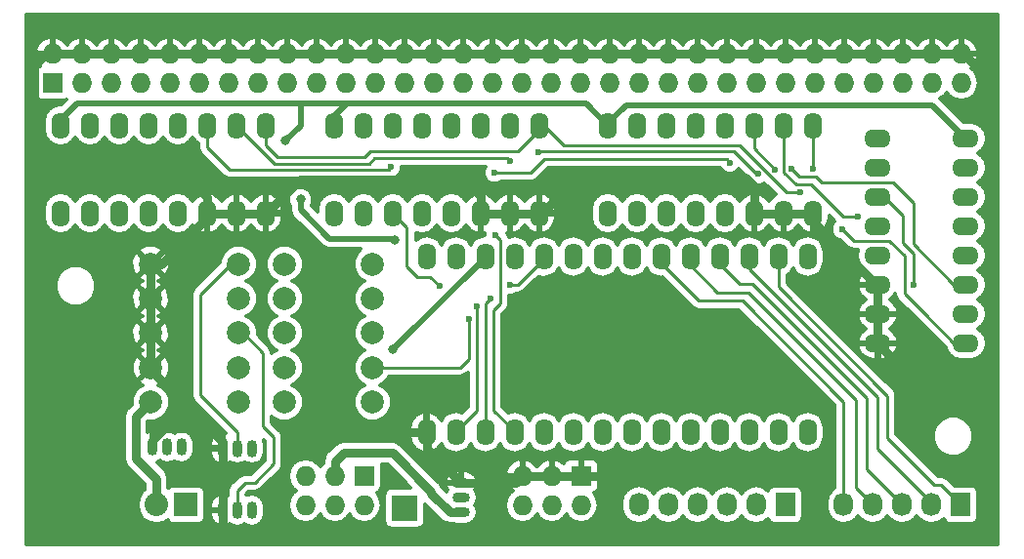
<source format=gbl>
G04 #@! TF.FileFunction,Copper,L2,Bot,Signal*
%FSLAX46Y46*%
G04 Gerber Fmt 4.6, Leading zero omitted, Abs format (unit mm)*
G04 Created by KiCad (PCBNEW 4.0.4-stable) date 11/02/16 00:16:49*
%MOMM*%
%LPD*%
G01*
G04 APERTURE LIST*
%ADD10C,0.100000*%
%ADD11R,2.032000X2.032000*%
%ADD12O,2.032000X2.032000*%
%ADD13C,0.600000*%
%ADD14O,1.600000X2.300000*%
%ADD15R,1.727200X1.727200*%
%ADD16O,1.727200X1.727200*%
%ADD17R,2.235200X2.235200*%
%ADD18R,1.727200X2.032000*%
%ADD19O,1.727200X2.032000*%
%ADD20O,0.899160X1.501140*%
%ADD21O,1.501140X0.899160*%
%ADD22C,1.998980*%
%ADD23O,2.300000X1.600000*%
%ADD24C,0.800000*%
%ADD25C,0.750000*%
%ADD26C,0.500000*%
%ADD27C,0.250000*%
%ADD28C,0.300000*%
G04 APERTURE END LIST*
D10*
D11*
X131450000Y-88600000D03*
D12*
X128910000Y-88600000D03*
D13*
X171362500Y-69637500D03*
X158737500Y-84312500D03*
X158737500Y-84312500D03*
X149087500Y-86412500D03*
X149087500Y-86412500D03*
X178562500Y-91037500D03*
X175562500Y-91037500D03*
X172562500Y-91037500D03*
X169562500Y-91037500D03*
X166562500Y-91037500D03*
X130950000Y-74550000D03*
X132100000Y-67725000D03*
X142750000Y-78675000D03*
X142925000Y-74175000D03*
X157962500Y-89887500D03*
X134512500Y-86287500D03*
X132837500Y-84837500D03*
X119062500Y-90912500D03*
X125162500Y-66312500D03*
X200725000Y-46925000D03*
X161950000Y-46925000D03*
X119050000Y-46800000D03*
X130750000Y-85775000D03*
X133575000Y-60500000D03*
X143100000Y-60700000D03*
X186125000Y-90625000D03*
X200900000Y-90875000D03*
X168325000Y-88850000D03*
X168325000Y-85850000D03*
X178325000Y-60650000D03*
X162825000Y-60650000D03*
X165825000Y-60650000D03*
X129800000Y-58400000D03*
X126800000Y-58400000D03*
X199750000Y-78450000D03*
X196750000Y-78450000D03*
X187925000Y-71925000D03*
X187925000Y-68925000D03*
X122050000Y-86225000D03*
X173687500Y-73762500D03*
X124025000Y-89025000D03*
X122050000Y-83225000D03*
X170687500Y-73762500D03*
X122050000Y-80225000D03*
X167687500Y-73762500D03*
X121475000Y-77425000D03*
X164687500Y-73762500D03*
X122050000Y-74225000D03*
X161687500Y-73762500D03*
X174150000Y-80050000D03*
X171150000Y-80050000D03*
X174150000Y-77050000D03*
X179650000Y-77425000D03*
X151850000Y-79000000D03*
D14*
X144300000Y-63300000D03*
X146840000Y-63300000D03*
X149380000Y-63300000D03*
X151920000Y-63300000D03*
X154460000Y-63300000D03*
X157000000Y-63300000D03*
X159540000Y-63300000D03*
X162080000Y-63300000D03*
X162080000Y-55680000D03*
X159540000Y-55680000D03*
X157000000Y-55680000D03*
X154460000Y-55680000D03*
X151920000Y-55680000D03*
X149380000Y-55680000D03*
X146840000Y-55680000D03*
X144300000Y-55680000D03*
D15*
X146900000Y-86100000D03*
D16*
X146900000Y-88640000D03*
X144360000Y-86100000D03*
X144360000Y-88640000D03*
X141820000Y-86100000D03*
X141820000Y-88640000D03*
D17*
X150400000Y-88900000D03*
D15*
X165700000Y-86100000D03*
D16*
X165700000Y-88640000D03*
X163160000Y-86100000D03*
X163160000Y-88640000D03*
X160620000Y-86100000D03*
X160620000Y-88640000D03*
D18*
X183400000Y-88600000D03*
D19*
X180860000Y-88600000D03*
X178320000Y-88600000D03*
X175780000Y-88600000D03*
X173240000Y-88600000D03*
X170700000Y-88600000D03*
D15*
X119900000Y-52000000D03*
D16*
X119900000Y-49460000D03*
X122440000Y-52000000D03*
X122440000Y-49460000D03*
X124980000Y-52000000D03*
X124980000Y-49460000D03*
X127520000Y-52000000D03*
X127520000Y-49460000D03*
X130060000Y-52000000D03*
X130060000Y-49460000D03*
X132600000Y-52000000D03*
X132600000Y-49460000D03*
X135140000Y-52000000D03*
X135140000Y-49460000D03*
X137680000Y-52000000D03*
X137680000Y-49460000D03*
X140220000Y-52000000D03*
X140220000Y-49460000D03*
X142760000Y-52000000D03*
X142760000Y-49460000D03*
X145300000Y-52000000D03*
X145300000Y-49460000D03*
X147840000Y-52000000D03*
X147840000Y-49460000D03*
X150380000Y-52000000D03*
X150380000Y-49460000D03*
X152920000Y-52000000D03*
X152920000Y-49460000D03*
X155460000Y-52000000D03*
X155460000Y-49460000D03*
X158000000Y-52000000D03*
X158000000Y-49460000D03*
X160540000Y-52000000D03*
X160540000Y-49460000D03*
X163080000Y-52000000D03*
X163080000Y-49460000D03*
X165620000Y-52000000D03*
X165620000Y-49460000D03*
X168160000Y-52000000D03*
X168160000Y-49460000D03*
X170700000Y-52000000D03*
X170700000Y-49460000D03*
X173240000Y-52000000D03*
X173240000Y-49460000D03*
X175780000Y-52000000D03*
X175780000Y-49460000D03*
X178320000Y-52000000D03*
X178320000Y-49460000D03*
X180860000Y-52000000D03*
X180860000Y-49460000D03*
X183400000Y-52000000D03*
X183400000Y-49460000D03*
X185940000Y-52000000D03*
X185940000Y-49460000D03*
X188480000Y-52000000D03*
X188480000Y-49460000D03*
X191020000Y-52000000D03*
X191020000Y-49460000D03*
X193560000Y-52000000D03*
X193560000Y-49460000D03*
X196100000Y-52000000D03*
X196100000Y-49460000D03*
X198640000Y-52000000D03*
X198640000Y-49460000D03*
D18*
X198600000Y-88600000D03*
D19*
X196060000Y-88600000D03*
X193520000Y-88600000D03*
X190980000Y-88600000D03*
X188440000Y-88600000D03*
D20*
X135880000Y-89050000D03*
X134610000Y-89050000D03*
X137150000Y-89050000D03*
D21*
X155300000Y-87980000D03*
X155300000Y-86710000D03*
X155300000Y-89250000D03*
D20*
X135880000Y-83700000D03*
X134610000Y-83700000D03*
X137150000Y-83700000D03*
D22*
X136000000Y-73700000D03*
X128380000Y-73700000D03*
X147600000Y-73700000D03*
X139980000Y-73700000D03*
X136000000Y-70700000D03*
X128380000Y-70700000D03*
X147600000Y-70700000D03*
X139980000Y-70700000D03*
X136000000Y-67700000D03*
X128380000Y-67700000D03*
X147600000Y-67700000D03*
X139980000Y-67700000D03*
D14*
X120600000Y-63300000D03*
X123140000Y-63300000D03*
X125680000Y-63300000D03*
X128220000Y-63300000D03*
X130760000Y-63300000D03*
X133300000Y-63300000D03*
X135840000Y-63300000D03*
X138380000Y-63300000D03*
X138380000Y-55680000D03*
X135840000Y-55680000D03*
X133300000Y-55680000D03*
X130760000Y-55680000D03*
X128220000Y-55680000D03*
X125680000Y-55680000D03*
X123140000Y-55680000D03*
X120600000Y-55680000D03*
X168000000Y-63300000D03*
X170540000Y-63300000D03*
X173080000Y-63300000D03*
X175620000Y-63300000D03*
X178160000Y-63300000D03*
X180700000Y-63300000D03*
X183240000Y-63300000D03*
X185780000Y-63300000D03*
X185780000Y-55680000D03*
X183240000Y-55680000D03*
X180700000Y-55680000D03*
X178160000Y-55680000D03*
X175620000Y-55680000D03*
X173080000Y-55680000D03*
X170540000Y-55680000D03*
X168000000Y-55680000D03*
D23*
X191400000Y-56800000D03*
X191400000Y-59340000D03*
X191400000Y-61880000D03*
X191400000Y-64420000D03*
X191400000Y-66960000D03*
X191400000Y-69500000D03*
X191400000Y-72040000D03*
X191400000Y-74580000D03*
X199020000Y-74580000D03*
X199020000Y-72040000D03*
X199020000Y-69500000D03*
X199020000Y-66960000D03*
X199020000Y-64420000D03*
X199020000Y-61880000D03*
X199020000Y-59340000D03*
X199020000Y-56800000D03*
D14*
X152300000Y-82300000D03*
X154840000Y-82300000D03*
X157380000Y-82300000D03*
X159920000Y-82300000D03*
X162460000Y-82300000D03*
X165000000Y-82300000D03*
X167540000Y-82300000D03*
X170080000Y-82300000D03*
X172620000Y-82300000D03*
X175160000Y-82300000D03*
X177700000Y-82300000D03*
X180240000Y-82300000D03*
X182780000Y-82300000D03*
X185320000Y-82300000D03*
X185320000Y-67060000D03*
X182780000Y-67060000D03*
X180240000Y-67060000D03*
X177700000Y-67060000D03*
X175160000Y-67060000D03*
X172620000Y-67060000D03*
X170080000Y-67060000D03*
X167540000Y-67060000D03*
X165000000Y-67060000D03*
X162460000Y-67060000D03*
X159920000Y-67060000D03*
X157380000Y-67060000D03*
X154840000Y-67060000D03*
X152300000Y-67060000D03*
D20*
X129830000Y-83600000D03*
X128560000Y-83600000D03*
X131100000Y-83600000D03*
D22*
X147600000Y-76700000D03*
X139980000Y-76700000D03*
X136000000Y-79700000D03*
X128380000Y-79700000D03*
X128400000Y-76700000D03*
X136020000Y-76700000D03*
X147600000Y-79700000D03*
X139980000Y-79700000D03*
D13*
X155100000Y-79000000D03*
X176650000Y-77425000D03*
D24*
X149400000Y-75100000D03*
X141400000Y-62100000D03*
X149500000Y-65600000D03*
X140100000Y-57000000D03*
X194650000Y-77850000D03*
X187300000Y-85200000D03*
X133625000Y-82125000D03*
X144900000Y-82100000D03*
D13*
X156650000Y-71400000D03*
X184700000Y-61500000D03*
X188300000Y-64700000D03*
X185800000Y-59400000D03*
X181000000Y-59900000D03*
X162000000Y-58000000D03*
X189700000Y-63600000D03*
X159540000Y-58800000D03*
X157800000Y-70700000D03*
X158300000Y-65200000D03*
X178600000Y-58900000D03*
X158200000Y-59800000D03*
X182500000Y-59500000D03*
X183900000Y-59400000D03*
X149200000Y-59300000D03*
X159500000Y-69500000D03*
X153400000Y-69600000D03*
X194500000Y-69500000D03*
X155950000Y-72450000D03*
D25*
X155300000Y-89250000D02*
X154350000Y-89250000D01*
X144360000Y-84840000D02*
X144360000Y-86100000D01*
X145100000Y-84100000D02*
X144360000Y-84840000D01*
X149350000Y-84100000D02*
X145100000Y-84100000D01*
X152700000Y-87450000D02*
X149350000Y-84100000D01*
X152700000Y-87600000D02*
X152700000Y-87450000D01*
X154350000Y-89250000D02*
X152700000Y-87600000D01*
D26*
X157380000Y-67120000D02*
X149400000Y-75100000D01*
X141400000Y-63000000D02*
X141400000Y-62100000D01*
X143900000Y-65500000D02*
X141400000Y-63000000D01*
X149400000Y-65500000D02*
X143900000Y-65500000D01*
X149500000Y-65600000D02*
X149400000Y-65500000D01*
X141400000Y-55700000D02*
X141400000Y-53800000D01*
X140100000Y-57000000D02*
X141400000Y-55700000D01*
X141400000Y-53800000D02*
X141400000Y-53900000D01*
X141400000Y-53900000D02*
X141400000Y-53800000D01*
X157380000Y-67060000D02*
X157380000Y-67120000D01*
X120600000Y-55680000D02*
X120600000Y-55200000D01*
X120600000Y-55200000D02*
X122000000Y-53800000D01*
X122000000Y-53800000D02*
X141400000Y-53800000D01*
X141400000Y-53800000D02*
X145400000Y-53800000D01*
X168000000Y-55680000D02*
X168000000Y-55500000D01*
X168000000Y-55500000D02*
X169600000Y-53900000D01*
X196120000Y-53900000D02*
X199020000Y-56800000D01*
X169600000Y-53900000D02*
X196120000Y-53900000D01*
X144300000Y-55680000D02*
X144300000Y-54900000D01*
X144300000Y-54900000D02*
X145400000Y-53800000D01*
X145400000Y-53800000D02*
X166120000Y-53800000D01*
X166120000Y-53800000D02*
X168000000Y-55680000D01*
D25*
X165700000Y-86100000D02*
X169650000Y-86100000D01*
X194660000Y-77840000D02*
X194720000Y-77900000D01*
X194650000Y-77850000D02*
X194660000Y-77840000D01*
X170550000Y-85200000D02*
X187300000Y-85200000D01*
X169650000Y-86100000D02*
X170550000Y-85200000D01*
X152300000Y-82300000D02*
X148700000Y-82300000D01*
X148500000Y-82100000D02*
X148700000Y-82300000D01*
X144900000Y-82100000D02*
X148500000Y-82100000D01*
X163160000Y-86100000D02*
X160620000Y-86100000D01*
X134610000Y-89050000D02*
X134610000Y-90760000D01*
X158000000Y-90050000D02*
X158000000Y-86710000D01*
X156750000Y-91300000D02*
X158000000Y-90050000D01*
X135150000Y-91300000D02*
X156750000Y-91300000D01*
X134610000Y-90760000D02*
X135150000Y-91300000D01*
X128560000Y-83600000D02*
X128560000Y-82940000D01*
X128560000Y-82940000D02*
X131500000Y-80000000D01*
X134610000Y-89050000D02*
X134610000Y-83700000D01*
X128400000Y-76700000D02*
X128400000Y-76900000D01*
X128400000Y-76900000D02*
X131500000Y-80000000D01*
X131500000Y-80000000D02*
X133625000Y-82125000D01*
X133625000Y-82125000D02*
X134610000Y-83110000D01*
X134610000Y-83110000D02*
X134610000Y-83700000D01*
X128380000Y-73700000D02*
X128380000Y-76680000D01*
X128380000Y-76680000D02*
X128400000Y-76700000D01*
X155300000Y-86710000D02*
X158000000Y-86710000D01*
X158000000Y-86710000D02*
X160010000Y-86710000D01*
X160010000Y-86710000D02*
X160620000Y-86100000D01*
X152300000Y-82300000D02*
X152300000Y-83710000D01*
X152300000Y-83710000D02*
X155300000Y-86710000D01*
X152275000Y-82275000D02*
X152300000Y-82300000D01*
X163160000Y-86100000D02*
X165700000Y-86100000D01*
X128380000Y-73700000D02*
X128660000Y-73700000D01*
X194720000Y-77900000D02*
X191400000Y-74580000D01*
X198400000Y-77900000D02*
X194720000Y-77900000D01*
X198860000Y-49460000D02*
X201100000Y-51700000D01*
X201100000Y-51700000D02*
X201100000Y-75200000D01*
X201100000Y-75200000D02*
X198400000Y-77900000D01*
X198640000Y-49460000D02*
X198860000Y-49460000D01*
X124980000Y-49460000D02*
X127520000Y-49460000D01*
X127520000Y-49460000D02*
X130060000Y-49460000D01*
X130060000Y-49460000D02*
X132600000Y-49460000D01*
X132600000Y-49460000D02*
X135140000Y-49460000D01*
X135140000Y-49460000D02*
X137680000Y-49460000D01*
X137680000Y-49460000D02*
X140220000Y-49460000D01*
X140220000Y-49460000D02*
X142760000Y-49460000D01*
X142760000Y-49460000D02*
X145300000Y-49460000D01*
X145300000Y-49460000D02*
X147840000Y-49460000D01*
X147840000Y-49460000D02*
X150380000Y-49460000D01*
X150380000Y-49460000D02*
X152920000Y-49460000D01*
X152920000Y-49460000D02*
X155460000Y-49460000D01*
X155460000Y-49460000D02*
X158000000Y-49460000D01*
X158000000Y-49460000D02*
X160540000Y-49460000D01*
X160540000Y-49460000D02*
X163080000Y-49460000D01*
X163080000Y-49460000D02*
X165620000Y-49460000D01*
X165620000Y-49460000D02*
X168160000Y-49460000D01*
X168160000Y-49460000D02*
X170700000Y-49460000D01*
X170700000Y-49460000D02*
X173240000Y-49460000D01*
X173240000Y-49460000D02*
X175780000Y-49460000D01*
X175780000Y-49460000D02*
X178320000Y-49460000D01*
X178320000Y-49460000D02*
X180860000Y-49460000D01*
X180860000Y-49460000D02*
X183400000Y-49460000D01*
X183400000Y-49460000D02*
X185940000Y-49460000D01*
X185940000Y-49460000D02*
X188480000Y-49460000D01*
X188480000Y-49460000D02*
X191020000Y-49460000D01*
X191020000Y-49460000D02*
X193560000Y-49460000D01*
X193560000Y-49460000D02*
X196100000Y-49460000D01*
X196100000Y-49460000D02*
X198640000Y-49460000D01*
X119900000Y-49460000D02*
X122440000Y-49460000D01*
X122440000Y-49460000D02*
X124980000Y-49460000D01*
X133300000Y-63300000D02*
X133300000Y-63700000D01*
X133300000Y-63700000D02*
X129300000Y-67700000D01*
X129300000Y-67700000D02*
X128380000Y-67700000D01*
X128380000Y-70700000D02*
X128380000Y-73700000D01*
X128380000Y-67700000D02*
X128380000Y-70700000D01*
X191400000Y-69500000D02*
X191300000Y-69500000D01*
X191300000Y-69500000D02*
X185780000Y-63980000D01*
X185780000Y-63980000D02*
X185780000Y-63300000D01*
X191400000Y-72040000D02*
X191400000Y-69500000D01*
X191400000Y-74580000D02*
X191400000Y-72040000D01*
X183240000Y-63300000D02*
X185780000Y-63300000D01*
X180700000Y-63300000D02*
X183240000Y-63300000D01*
X162080000Y-63300000D02*
X162200000Y-63300000D01*
X162200000Y-63300000D02*
X165300000Y-60200000D01*
X180700000Y-61000000D02*
X180700000Y-63300000D01*
X179900000Y-60200000D02*
X180700000Y-61000000D01*
X165300000Y-60200000D02*
X179900000Y-60200000D01*
X159540000Y-63300000D02*
X162080000Y-63300000D01*
X157000000Y-63300000D02*
X159540000Y-63300000D01*
X138380000Y-63300000D02*
X138400000Y-63300000D01*
X138400000Y-63300000D02*
X141300000Y-60400000D01*
X157000000Y-61800000D02*
X157000000Y-63300000D01*
X155600000Y-60400000D02*
X157000000Y-61800000D01*
X141300000Y-60400000D02*
X155600000Y-60400000D01*
X135840000Y-63300000D02*
X138380000Y-63300000D01*
X133300000Y-63300000D02*
X135840000Y-63300000D01*
X119900000Y-49460000D02*
X119340000Y-49460000D01*
X119340000Y-49460000D02*
X118300000Y-50500000D01*
X118300000Y-50500000D02*
X118300000Y-57200000D01*
X118300000Y-57200000D02*
X121200000Y-60100000D01*
X121200000Y-60100000D02*
X131500000Y-60100000D01*
X131500000Y-60100000D02*
X133300000Y-61900000D01*
X133300000Y-61900000D02*
X133300000Y-63300000D01*
X128910000Y-88600000D02*
X128910000Y-86360000D01*
X127100000Y-80980000D02*
X128380000Y-79700000D01*
X127100000Y-84550000D02*
X127100000Y-80980000D01*
X128910000Y-86360000D02*
X127100000Y-84550000D01*
D27*
X192225000Y-79125000D02*
X192225000Y-82825000D01*
X196900000Y-86900000D02*
X198600000Y-88600000D01*
X196300000Y-86900000D02*
X196900000Y-86900000D01*
X192225000Y-82825000D02*
X196300000Y-86900000D01*
X182780000Y-67060000D02*
X182780000Y-69680000D01*
X182780000Y-69680000D02*
X192225000Y-79125000D01*
X191350000Y-79250000D02*
X191350000Y-83700000D01*
X191350000Y-83700000D02*
X196060000Y-88410000D01*
X196060000Y-88410000D02*
X196060000Y-88600000D01*
X180240000Y-67060000D02*
X180240000Y-68140000D01*
X180240000Y-68140000D02*
X191350000Y-79250000D01*
X193520000Y-88600000D02*
X190425000Y-85505000D01*
X190425000Y-85505000D02*
X190425000Y-84900000D01*
X190425000Y-79325000D02*
X190425000Y-84900000D01*
X190425000Y-84900000D02*
X190425000Y-84925000D01*
X179400000Y-69400000D02*
X180500000Y-69400000D01*
X180500000Y-69400000D02*
X190425000Y-79325000D01*
X177700000Y-67700000D02*
X179400000Y-69400000D01*
X177700000Y-67060000D02*
X177700000Y-67700000D01*
X177700000Y-67060000D02*
X177700000Y-67600000D01*
X177700000Y-67060000D02*
X178260000Y-67060000D01*
X189525000Y-79525000D02*
X189525000Y-87145000D01*
X189525000Y-87145000D02*
X190980000Y-88600000D01*
X175160000Y-67060000D02*
X175160000Y-67860000D01*
X175160000Y-67860000D02*
X177500000Y-70200000D01*
X180200000Y-70200000D02*
X189525000Y-79525000D01*
X177500000Y-70200000D02*
X180200000Y-70200000D01*
X175160000Y-67060000D02*
X175160000Y-67460000D01*
X172620000Y-67060000D02*
X172620000Y-67620000D01*
X172620000Y-67620000D02*
X175900000Y-70900000D01*
X175900000Y-70900000D02*
X179700000Y-70900000D01*
X179700000Y-70900000D02*
X188440000Y-79640000D01*
X188440000Y-79640000D02*
X188440000Y-88600000D01*
X136000000Y-73700000D02*
X136400000Y-73700000D01*
X136400000Y-73700000D02*
X138100000Y-75400000D01*
X135880000Y-87370000D02*
X135880000Y-89050000D01*
X136550000Y-86700000D02*
X135880000Y-87370000D01*
X137400000Y-86700000D02*
X136550000Y-86700000D01*
X139050000Y-85050000D02*
X137400000Y-86700000D01*
X139050000Y-82750000D02*
X139050000Y-85050000D01*
X138100000Y-81800000D02*
X139050000Y-82750000D01*
X138100000Y-75400000D02*
X138100000Y-81800000D01*
X139400000Y-70700000D02*
X139980000Y-70700000D01*
X136000000Y-67700000D02*
X135350000Y-67700000D01*
X135350000Y-67700000D02*
X132700000Y-70350000D01*
X135880000Y-82280000D02*
X135880000Y-83700000D01*
X132700000Y-79100000D02*
X135880000Y-82280000D01*
X132700000Y-70350000D02*
X132700000Y-79100000D01*
X136000000Y-67700000D02*
X135800000Y-67700000D01*
X156650000Y-80400000D02*
X154840000Y-82210000D01*
X156650000Y-71400000D02*
X156650000Y-80400000D01*
X154840000Y-82210000D02*
X154840000Y-82300000D01*
X162080000Y-55680000D02*
X162480000Y-55680000D01*
X162480000Y-55680000D02*
X164200000Y-57400000D01*
X183500000Y-61500000D02*
X184700000Y-61500000D01*
X179400000Y-57400000D02*
X183500000Y-61500000D01*
X164200000Y-57400000D02*
X179400000Y-57400000D01*
X193700000Y-70300000D02*
X193700000Y-67000000D01*
X193700000Y-67000000D02*
X192400000Y-65700000D01*
X195400000Y-72000000D02*
X197980000Y-74580000D01*
X189300000Y-65700000D02*
X192400000Y-65700000D01*
X188300000Y-64700000D02*
X189300000Y-65700000D01*
X195400000Y-72000000D02*
X193700000Y-70300000D01*
X185800000Y-59400000D02*
X185780000Y-59380000D01*
X185780000Y-59380000D02*
X185780000Y-55680000D01*
X162080000Y-55680000D02*
X162080000Y-56020000D01*
X162080000Y-56020000D02*
X160200000Y-57900000D01*
X138380000Y-57380000D02*
X138380000Y-55680000D01*
X139400000Y-58400000D02*
X138380000Y-57380000D01*
X146900000Y-58400000D02*
X139400000Y-58400000D01*
X147400000Y-57900000D02*
X146900000Y-58400000D01*
X160200000Y-57900000D02*
X147400000Y-57900000D01*
X197980000Y-74580000D02*
X199020000Y-74580000D01*
X180900000Y-59900000D02*
X181000000Y-59900000D01*
X178900000Y-57900000D02*
X180900000Y-59900000D01*
X162100000Y-57900000D02*
X178900000Y-57900000D01*
X162000000Y-58000000D02*
X162100000Y-57900000D01*
X189700000Y-63600000D02*
X188400000Y-63600000D01*
X183240000Y-59740000D02*
X183240000Y-55680000D01*
X184300000Y-60800000D02*
X183240000Y-59740000D01*
X185600000Y-60800000D02*
X184300000Y-60800000D01*
X188400000Y-63600000D02*
X185600000Y-60800000D01*
X135840000Y-55680000D02*
X139160000Y-59000000D01*
X147300000Y-59000000D02*
X139160000Y-59000000D01*
X147800000Y-58500000D02*
X147300000Y-59000000D01*
X159240000Y-58500000D02*
X147800000Y-58500000D01*
X159240000Y-58500000D02*
X159540000Y-58800000D01*
X157380000Y-71120000D02*
X157380000Y-82300000D01*
X157800000Y-70700000D02*
X157380000Y-71120000D01*
X158700000Y-65600000D02*
X158700000Y-71100000D01*
X158300000Y-65200000D02*
X158700000Y-65600000D01*
X158100000Y-80400000D02*
X159920000Y-82220000D01*
X158100000Y-71700000D02*
X158100000Y-80400000D01*
X158700000Y-71100000D02*
X158100000Y-71700000D01*
X159920000Y-82220000D02*
X159920000Y-82300000D01*
X178300000Y-58600000D02*
X178600000Y-58900000D01*
X162500000Y-58600000D02*
X178300000Y-58600000D01*
X161300000Y-59800000D02*
X162500000Y-58600000D01*
X158200000Y-59800000D02*
X161300000Y-59800000D01*
X187800000Y-60600000D02*
X186500000Y-60600000D01*
X192700000Y-60600000D02*
X187800000Y-60600000D01*
X194500000Y-62400000D02*
X192700000Y-60600000D01*
X194500000Y-66000000D02*
X194500000Y-62400000D01*
X198000000Y-69500000D02*
X194500000Y-66000000D01*
X180700000Y-57700000D02*
X180700000Y-55680000D01*
X182500000Y-59500000D02*
X180700000Y-57700000D01*
X184600000Y-60100000D02*
X183900000Y-59400000D01*
X186000000Y-60100000D02*
X184600000Y-60100000D01*
X186500000Y-60600000D02*
X186000000Y-60100000D01*
X133300000Y-57600000D02*
X133300000Y-55680000D01*
X135200000Y-59500000D02*
X133300000Y-57600000D01*
X149000000Y-59500000D02*
X135200000Y-59500000D01*
X149200000Y-59300000D02*
X149000000Y-59500000D01*
X199020000Y-69500000D02*
X198000000Y-69500000D01*
X162460000Y-67060000D02*
X162460000Y-67240000D01*
X162460000Y-67240000D02*
X160200000Y-69500000D01*
X160200000Y-69500000D02*
X159500000Y-69500000D01*
X153400000Y-69600000D02*
X152600000Y-68800000D01*
X152600000Y-68800000D02*
X151500000Y-68800000D01*
X151500000Y-68800000D02*
X150600000Y-67900000D01*
X150600000Y-67900000D02*
X150600000Y-64520000D01*
X150600000Y-64520000D02*
X149380000Y-63300000D01*
X191400000Y-61880000D02*
X191980000Y-61880000D01*
X191980000Y-61880000D02*
X193600000Y-63500000D01*
X193600000Y-63500000D02*
X193600000Y-65900000D01*
X193600000Y-65900000D02*
X194500000Y-66800000D01*
X194500000Y-66800000D02*
X194500000Y-69500000D01*
X155950000Y-72450000D02*
X155950000Y-75950000D01*
X155950000Y-75950000D02*
X155200000Y-76700000D01*
X155200000Y-76700000D02*
X147600000Y-76700000D01*
D28*
G36*
X201800000Y-92000000D02*
X117600000Y-92000000D01*
X117600000Y-80980000D01*
X126075000Y-80980000D01*
X126075000Y-84550000D01*
X126144619Y-84900000D01*
X126153023Y-84942251D01*
X126375216Y-85274784D01*
X127885000Y-86784569D01*
X127885000Y-87287063D01*
X127731960Y-87389321D01*
X127370817Y-87929810D01*
X127244000Y-88567361D01*
X127244000Y-88632639D01*
X127370817Y-89270190D01*
X127731960Y-89810679D01*
X128272449Y-90171822D01*
X128910000Y-90298639D01*
X129547551Y-90171822D01*
X129877421Y-89951410D01*
X129958947Y-90078105D01*
X130176159Y-90226520D01*
X130434000Y-90278734D01*
X132466000Y-90278734D01*
X132706876Y-90233410D01*
X132928105Y-90091053D01*
X133076520Y-89873841D01*
X133128734Y-89616000D01*
X133128734Y-89150000D01*
X133510420Y-89150000D01*
X133510420Y-89450990D01*
X133632389Y-89864169D01*
X133903190Y-90199221D01*
X134281597Y-90405138D01*
X134339932Y-90416888D01*
X134510000Y-90282719D01*
X134510000Y-89150000D01*
X133510420Y-89150000D01*
X133128734Y-89150000D01*
X133128734Y-88649010D01*
X133510420Y-88649010D01*
X133510420Y-88950000D01*
X134510000Y-88950000D01*
X134510000Y-87817281D01*
X134339932Y-87683112D01*
X134281597Y-87694862D01*
X133903190Y-87900779D01*
X133632389Y-88235831D01*
X133510420Y-88649010D01*
X133128734Y-88649010D01*
X133128734Y-87584000D01*
X133083410Y-87343124D01*
X132941053Y-87121895D01*
X132723841Y-86973480D01*
X132466000Y-86921266D01*
X130434000Y-86921266D01*
X130193124Y-86966590D01*
X129971895Y-87108947D01*
X129935000Y-87162944D01*
X129935000Y-86360000D01*
X129907353Y-86221007D01*
X129856978Y-85967750D01*
X129634785Y-85635216D01*
X128931341Y-84931772D01*
X129184376Y-84794079D01*
X129409209Y-84944308D01*
X129830000Y-85028009D01*
X130250791Y-84944308D01*
X130465000Y-84801178D01*
X130679209Y-84944308D01*
X131100000Y-85028009D01*
X131520791Y-84944308D01*
X131877520Y-84705949D01*
X132115879Y-84349220D01*
X132199580Y-83928429D01*
X132199580Y-83800000D01*
X133510420Y-83800000D01*
X133510420Y-84100990D01*
X133632389Y-84514169D01*
X133903190Y-84849221D01*
X134281597Y-85055138D01*
X134339932Y-85066888D01*
X134510000Y-84932719D01*
X134510000Y-83800000D01*
X133510420Y-83800000D01*
X132199580Y-83800000D01*
X132199580Y-83299010D01*
X133510420Y-83299010D01*
X133510420Y-83600000D01*
X134510000Y-83600000D01*
X134510000Y-82467281D01*
X134339932Y-82333112D01*
X134281597Y-82344862D01*
X133903190Y-82550779D01*
X133632389Y-82885831D01*
X133510420Y-83299010D01*
X132199580Y-83299010D01*
X132199580Y-83271571D01*
X132115879Y-82850780D01*
X131877520Y-82494051D01*
X131520791Y-82255692D01*
X131100000Y-82171991D01*
X130679209Y-82255692D01*
X130465000Y-82398822D01*
X130250791Y-82255692D01*
X129830000Y-82171991D01*
X129409209Y-82255692D01*
X129184376Y-82405921D01*
X128888403Y-82244862D01*
X128830068Y-82233112D01*
X128660000Y-82367281D01*
X128660000Y-83500000D01*
X128680000Y-83500000D01*
X128680000Y-83700000D01*
X128660000Y-83700000D01*
X128660000Y-83720000D01*
X128460000Y-83720000D01*
X128460000Y-83700000D01*
X128440000Y-83700000D01*
X128440000Y-83500000D01*
X128460000Y-83500000D01*
X128460000Y-82367281D01*
X128289932Y-82233112D01*
X128231597Y-82244862D01*
X128125000Y-82302869D01*
X128125000Y-81404568D01*
X128180252Y-81349316D01*
X128706664Y-81349775D01*
X129313140Y-81099185D01*
X129777554Y-80635581D01*
X130029203Y-80029543D01*
X130029775Y-79373336D01*
X129779185Y-78766860D01*
X129315581Y-78302446D01*
X129087140Y-78207589D01*
X129305889Y-78116980D01*
X129401270Y-77842692D01*
X128400000Y-76841421D01*
X127398730Y-77842692D01*
X127494111Y-78116980D01*
X127698503Y-78196838D01*
X127446860Y-78300815D01*
X126982446Y-78764419D01*
X126730797Y-79370457D01*
X126730335Y-79900096D01*
X126375216Y-80255216D01*
X126153023Y-80587749D01*
X126075000Y-80980000D01*
X117600000Y-80980000D01*
X117600000Y-76405322D01*
X126744213Y-76405322D01*
X126757484Y-77061396D01*
X126983020Y-77605889D01*
X127257308Y-77701270D01*
X128258579Y-76700000D01*
X128541421Y-76700000D01*
X129542692Y-77701270D01*
X129816980Y-77605889D01*
X130055787Y-76994678D01*
X130042516Y-76338604D01*
X129816980Y-75794111D01*
X129542692Y-75698730D01*
X128541421Y-76700000D01*
X128258579Y-76700000D01*
X127257308Y-75698730D01*
X126983020Y-75794111D01*
X126744213Y-76405322D01*
X117600000Y-76405322D01*
X117600000Y-74842692D01*
X127378730Y-74842692D01*
X127474111Y-75116980D01*
X127690683Y-75201597D01*
X127494111Y-75283020D01*
X127398730Y-75557308D01*
X128400000Y-76558579D01*
X129401270Y-75557308D01*
X129305889Y-75283020D01*
X129089317Y-75198403D01*
X129285889Y-75116980D01*
X129381270Y-74842692D01*
X128380000Y-73841421D01*
X127378730Y-74842692D01*
X117600000Y-74842692D01*
X117600000Y-73405322D01*
X126724213Y-73405322D01*
X126737484Y-74061396D01*
X126963020Y-74605889D01*
X127237308Y-74701270D01*
X128238579Y-73700000D01*
X128521421Y-73700000D01*
X129522692Y-74701270D01*
X129796980Y-74605889D01*
X130035787Y-73994678D01*
X130022516Y-73338604D01*
X129796980Y-72794111D01*
X129522692Y-72698730D01*
X128521421Y-73700000D01*
X128238579Y-73700000D01*
X127237308Y-72698730D01*
X126963020Y-72794111D01*
X126724213Y-73405322D01*
X117600000Y-73405322D01*
X117600000Y-71842692D01*
X127378730Y-71842692D01*
X127474111Y-72116980D01*
X127680391Y-72197576D01*
X127474111Y-72283020D01*
X127378730Y-72557308D01*
X128380000Y-73558579D01*
X129381270Y-72557308D01*
X129285889Y-72283020D01*
X129079609Y-72202424D01*
X129285889Y-72116980D01*
X129381270Y-71842692D01*
X128380000Y-70841421D01*
X127378730Y-71842692D01*
X117600000Y-71842692D01*
X117600000Y-69946569D01*
X120149696Y-69946569D01*
X120415557Y-70590001D01*
X120907410Y-71082713D01*
X121550376Y-71349696D01*
X122246569Y-71350304D01*
X122890001Y-71084443D01*
X123382713Y-70592590D01*
X123460473Y-70405322D01*
X126724213Y-70405322D01*
X126737484Y-71061396D01*
X126963020Y-71605889D01*
X127237308Y-71701270D01*
X128238579Y-70700000D01*
X128521421Y-70700000D01*
X129522692Y-71701270D01*
X129796980Y-71605889D01*
X130035787Y-70994678D01*
X130022747Y-70350000D01*
X131925000Y-70350000D01*
X131925000Y-79100000D01*
X131983993Y-79396580D01*
X132151992Y-79648008D01*
X134856047Y-82352063D01*
X134710000Y-82467281D01*
X134710000Y-83600000D01*
X134730000Y-83600000D01*
X134730000Y-83800000D01*
X134710000Y-83800000D01*
X134710000Y-84932719D01*
X134880068Y-85066888D01*
X134938403Y-85055138D01*
X135234376Y-84894079D01*
X135459209Y-85044308D01*
X135880000Y-85128009D01*
X136300791Y-85044308D01*
X136515000Y-84901178D01*
X136729209Y-85044308D01*
X137150000Y-85128009D01*
X137570791Y-85044308D01*
X137927520Y-84805949D01*
X138165879Y-84449220D01*
X138249580Y-84028429D01*
X138249580Y-83371571D01*
X138168639Y-82964655D01*
X138275000Y-83071016D01*
X138275000Y-84728985D01*
X137078984Y-85925000D01*
X136550000Y-85925000D01*
X136253420Y-85983993D01*
X136001992Y-86151992D01*
X135331992Y-86821992D01*
X135163993Y-87073420D01*
X135105000Y-87370000D01*
X135105000Y-87785519D01*
X134938403Y-87694862D01*
X134880068Y-87683112D01*
X134710000Y-87817281D01*
X134710000Y-88950000D01*
X134730000Y-88950000D01*
X134730000Y-89150000D01*
X134710000Y-89150000D01*
X134710000Y-90282719D01*
X134880068Y-90416888D01*
X134938403Y-90405138D01*
X135234376Y-90244079D01*
X135459209Y-90394308D01*
X135880000Y-90478009D01*
X136300791Y-90394308D01*
X136515000Y-90251178D01*
X136729209Y-90394308D01*
X137150000Y-90478009D01*
X137570791Y-90394308D01*
X137927520Y-90155949D01*
X138165879Y-89799220D01*
X138249580Y-89378429D01*
X138249580Y-88721571D01*
X138165879Y-88300780D01*
X137927520Y-87944051D01*
X137570791Y-87705692D01*
X137150000Y-87621991D01*
X136729209Y-87705692D01*
X136655000Y-87755277D01*
X136655000Y-87691016D01*
X136871016Y-87475000D01*
X137400000Y-87475000D01*
X137696580Y-87416007D01*
X137948008Y-87248008D01*
X139125668Y-86070347D01*
X140306400Y-86070347D01*
X140306400Y-86129653D01*
X140421616Y-86708883D01*
X140749723Y-87199930D01*
X141004251Y-87370000D01*
X140749723Y-87540070D01*
X140421616Y-88031117D01*
X140306400Y-88610347D01*
X140306400Y-88669653D01*
X140421616Y-89248883D01*
X140749723Y-89739930D01*
X141240770Y-90068037D01*
X141820000Y-90183253D01*
X142399230Y-90068037D01*
X142890277Y-89739930D01*
X143090000Y-89441023D01*
X143289723Y-89739930D01*
X143780770Y-90068037D01*
X144360000Y-90183253D01*
X144939230Y-90068037D01*
X145430277Y-89739930D01*
X145630000Y-89441023D01*
X145829723Y-89739930D01*
X146320770Y-90068037D01*
X146900000Y-90183253D01*
X147479230Y-90068037D01*
X147970277Y-89739930D01*
X148298384Y-89248883D01*
X148413600Y-88669653D01*
X148413600Y-88610347D01*
X148298384Y-88031117D01*
X147998397Y-87582154D01*
X148004476Y-87581010D01*
X148225705Y-87438653D01*
X148374120Y-87221441D01*
X148426334Y-86963600D01*
X148426334Y-85236400D01*
X148405373Y-85125000D01*
X148925432Y-85125000D01*
X150920097Y-87119666D01*
X149282400Y-87119666D01*
X149041524Y-87164990D01*
X148820295Y-87307347D01*
X148671880Y-87524559D01*
X148619666Y-87782400D01*
X148619666Y-90017600D01*
X148664990Y-90258476D01*
X148807347Y-90479705D01*
X149024559Y-90628120D01*
X149282400Y-90680334D01*
X151517600Y-90680334D01*
X151758476Y-90635010D01*
X151979705Y-90492653D01*
X152128120Y-90275441D01*
X152180334Y-90017600D01*
X152180334Y-88529902D01*
X153625215Y-89974784D01*
X153896347Y-90155949D01*
X153957749Y-90196977D01*
X154350000Y-90275000D01*
X154596634Y-90275000D01*
X154971571Y-90349580D01*
X155628429Y-90349580D01*
X156049220Y-90265879D01*
X156405949Y-90027520D01*
X156644308Y-89670791D01*
X156728009Y-89250000D01*
X156644308Y-88829209D01*
X156501178Y-88615000D01*
X156504287Y-88610347D01*
X159106400Y-88610347D01*
X159106400Y-88669653D01*
X159221616Y-89248883D01*
X159549723Y-89739930D01*
X160040770Y-90068037D01*
X160620000Y-90183253D01*
X161199230Y-90068037D01*
X161690277Y-89739930D01*
X161890000Y-89441023D01*
X162089723Y-89739930D01*
X162580770Y-90068037D01*
X163160000Y-90183253D01*
X163739230Y-90068037D01*
X164230277Y-89739930D01*
X164430000Y-89441023D01*
X164629723Y-89739930D01*
X165120770Y-90068037D01*
X165700000Y-90183253D01*
X166279230Y-90068037D01*
X166770277Y-89739930D01*
X167098384Y-89248883D01*
X167213600Y-88669653D01*
X167213600Y-88610347D01*
X167174736Y-88414961D01*
X169186400Y-88414961D01*
X169186400Y-88785039D01*
X169301616Y-89364269D01*
X169629723Y-89855316D01*
X170120770Y-90183423D01*
X170700000Y-90298639D01*
X171279230Y-90183423D01*
X171770277Y-89855316D01*
X171970000Y-89556409D01*
X172169723Y-89855316D01*
X172660770Y-90183423D01*
X173240000Y-90298639D01*
X173819230Y-90183423D01*
X174310277Y-89855316D01*
X174510000Y-89556409D01*
X174709723Y-89855316D01*
X175200770Y-90183423D01*
X175780000Y-90298639D01*
X176359230Y-90183423D01*
X176850277Y-89855316D01*
X177050000Y-89556409D01*
X177249723Y-89855316D01*
X177740770Y-90183423D01*
X178320000Y-90298639D01*
X178899230Y-90183423D01*
X179390277Y-89855316D01*
X179590000Y-89556409D01*
X179789723Y-89855316D01*
X180280770Y-90183423D01*
X180860000Y-90298639D01*
X181439230Y-90183423D01*
X181921682Y-89861059D01*
X182061347Y-90078105D01*
X182278559Y-90226520D01*
X182536400Y-90278734D01*
X184263600Y-90278734D01*
X184504476Y-90233410D01*
X184725705Y-90091053D01*
X184874120Y-89873841D01*
X184926334Y-89616000D01*
X184926334Y-87584000D01*
X184881010Y-87343124D01*
X184738653Y-87121895D01*
X184521441Y-86973480D01*
X184263600Y-86921266D01*
X182536400Y-86921266D01*
X182295524Y-86966590D01*
X182074295Y-87108947D01*
X181925880Y-87326159D01*
X181923100Y-87339888D01*
X181439230Y-87016577D01*
X180860000Y-86901361D01*
X180280770Y-87016577D01*
X179789723Y-87344684D01*
X179590000Y-87643591D01*
X179390277Y-87344684D01*
X178899230Y-87016577D01*
X178320000Y-86901361D01*
X177740770Y-87016577D01*
X177249723Y-87344684D01*
X177050000Y-87643591D01*
X176850277Y-87344684D01*
X176359230Y-87016577D01*
X175780000Y-86901361D01*
X175200770Y-87016577D01*
X174709723Y-87344684D01*
X174510000Y-87643591D01*
X174310277Y-87344684D01*
X173819230Y-87016577D01*
X173240000Y-86901361D01*
X172660770Y-87016577D01*
X172169723Y-87344684D01*
X171970000Y-87643591D01*
X171770277Y-87344684D01*
X171279230Y-87016577D01*
X170700000Y-86901361D01*
X170120770Y-87016577D01*
X169629723Y-87344684D01*
X169301616Y-87835731D01*
X169186400Y-88414961D01*
X167174736Y-88414961D01*
X167098384Y-88031117D01*
X166791983Y-87572555D01*
X166931795Y-87514643D01*
X167114643Y-87331795D01*
X167213600Y-87092893D01*
X167213600Y-86362500D01*
X167051100Y-86200000D01*
X165800000Y-86200000D01*
X165800000Y-86220000D01*
X165600000Y-86220000D01*
X165600000Y-86200000D01*
X163260000Y-86200000D01*
X163260000Y-86220000D01*
X163060000Y-86220000D01*
X163060000Y-86200000D01*
X160720000Y-86200000D01*
X160720000Y-86220000D01*
X160520000Y-86220000D01*
X160520000Y-86200000D01*
X159272200Y-86200000D01*
X159143938Y-86435032D01*
X159384508Y-86974394D01*
X159802899Y-87370903D01*
X159549723Y-87540070D01*
X159221616Y-88031117D01*
X159106400Y-88610347D01*
X156504287Y-88610347D01*
X156644308Y-88400791D01*
X156728009Y-87980000D01*
X156644308Y-87559209D01*
X156494079Y-87334376D01*
X156655138Y-87038403D01*
X156666888Y-86980068D01*
X156532719Y-86810000D01*
X155400000Y-86810000D01*
X155400000Y-86830000D01*
X155200000Y-86830000D01*
X155200000Y-86810000D01*
X154067281Y-86810000D01*
X153933112Y-86980068D01*
X153944862Y-87038403D01*
X154105921Y-87334376D01*
X154017009Y-87467441D01*
X153656825Y-87107256D01*
X153646977Y-87057749D01*
X153586066Y-86966590D01*
X153424784Y-86725215D01*
X153139501Y-86439932D01*
X153933112Y-86439932D01*
X154067281Y-86610000D01*
X155200000Y-86610000D01*
X155200000Y-85610420D01*
X155400000Y-85610420D01*
X155400000Y-86610000D01*
X156532719Y-86610000D01*
X156666888Y-86439932D01*
X156655138Y-86381597D01*
X156449221Y-86003190D01*
X156154478Y-85764968D01*
X159143938Y-85764968D01*
X159272200Y-86000000D01*
X160520000Y-86000000D01*
X160520000Y-84752606D01*
X160720000Y-84752606D01*
X160720000Y-86000000D01*
X163060000Y-86000000D01*
X163060000Y-84752606D01*
X163260000Y-84752606D01*
X163260000Y-86000000D01*
X165600000Y-86000000D01*
X165600000Y-84748900D01*
X165800000Y-84748900D01*
X165800000Y-86000000D01*
X167051100Y-86000000D01*
X167213600Y-85837500D01*
X167213600Y-85107107D01*
X167114643Y-84868205D01*
X166931795Y-84685357D01*
X166692893Y-84586400D01*
X165962500Y-84586400D01*
X165800000Y-84748900D01*
X165600000Y-84748900D01*
X165437500Y-84586400D01*
X164707107Y-84586400D01*
X164468205Y-84685357D01*
X164285357Y-84868205D01*
X164210094Y-85049904D01*
X163966830Y-84819363D01*
X163495031Y-84623945D01*
X163260000Y-84752606D01*
X163060000Y-84752606D01*
X162824969Y-84623945D01*
X162353170Y-84819363D01*
X161924508Y-85225606D01*
X161890000Y-85302974D01*
X161855492Y-85225606D01*
X161426830Y-84819363D01*
X160955031Y-84623945D01*
X160720000Y-84752606D01*
X160520000Y-84752606D01*
X160284969Y-84623945D01*
X159813170Y-84819363D01*
X159384508Y-85225606D01*
X159143938Y-85764968D01*
X156154478Y-85764968D01*
X156114169Y-85732389D01*
X155700990Y-85610420D01*
X155400000Y-85610420D01*
X155200000Y-85610420D01*
X154899010Y-85610420D01*
X154485831Y-85732389D01*
X154150779Y-86003190D01*
X153944862Y-86381597D01*
X153933112Y-86439932D01*
X153139501Y-86439932D01*
X150074784Y-83375216D01*
X149742251Y-83153023D01*
X149737068Y-83151992D01*
X149350000Y-83075000D01*
X145100000Y-83075000D01*
X144712932Y-83151992D01*
X144707749Y-83153023D01*
X144375216Y-83375216D01*
X143635216Y-84115216D01*
X143413023Y-84447749D01*
X143335000Y-84840000D01*
X143335000Y-84969817D01*
X143289723Y-85000070D01*
X143090000Y-85298977D01*
X142890277Y-85000070D01*
X142399230Y-84671963D01*
X141820000Y-84556747D01*
X141240770Y-84671963D01*
X140749723Y-85000070D01*
X140421616Y-85491117D01*
X140306400Y-86070347D01*
X139125668Y-86070347D01*
X139598005Y-85598010D01*
X139598008Y-85598008D01*
X139766007Y-85346580D01*
X139825000Y-85050000D01*
X139825000Y-82750000D01*
X139766007Y-82453420D01*
X139730313Y-82400000D01*
X150850000Y-82400000D01*
X150850000Y-82750000D01*
X150998643Y-83297279D01*
X151345406Y-83746016D01*
X151837497Y-84027894D01*
X151974941Y-84063095D01*
X152200000Y-83933611D01*
X152200000Y-82400000D01*
X150850000Y-82400000D01*
X139730313Y-82400000D01*
X139598008Y-82201992D01*
X139246016Y-81850000D01*
X150850000Y-81850000D01*
X150850000Y-82200000D01*
X152200000Y-82200000D01*
X152200000Y-80666389D01*
X151974941Y-80536905D01*
X151837497Y-80572106D01*
X151345406Y-80853984D01*
X150998643Y-81302721D01*
X150850000Y-81850000D01*
X139246016Y-81850000D01*
X138875000Y-81478984D01*
X138875000Y-80927839D01*
X139044419Y-81097554D01*
X139650457Y-81349203D01*
X140306664Y-81349775D01*
X140913140Y-81099185D01*
X141377554Y-80635581D01*
X141629203Y-80029543D01*
X141629775Y-79373336D01*
X141379185Y-78766860D01*
X140915581Y-78302446D01*
X140669006Y-78200059D01*
X140913140Y-78099185D01*
X141377554Y-77635581D01*
X141629203Y-77029543D01*
X141629775Y-76373336D01*
X141379185Y-75766860D01*
X140915581Y-75302446D01*
X140669006Y-75200059D01*
X140913140Y-75099185D01*
X141377554Y-74635581D01*
X141629203Y-74029543D01*
X141629775Y-73373336D01*
X141379185Y-72766860D01*
X140915581Y-72302446D01*
X140669006Y-72200059D01*
X140913140Y-72099185D01*
X141377554Y-71635581D01*
X141629203Y-71029543D01*
X141629775Y-70373336D01*
X141379185Y-69766860D01*
X140915581Y-69302446D01*
X140669006Y-69200059D01*
X140913140Y-69099185D01*
X141377554Y-68635581D01*
X141629203Y-68029543D01*
X141629775Y-67373336D01*
X141379185Y-66766860D01*
X140915581Y-66302446D01*
X140309543Y-66050797D01*
X139653336Y-66050225D01*
X139046860Y-66300815D01*
X138582446Y-66764419D01*
X138330797Y-67370457D01*
X138330225Y-68026664D01*
X138580815Y-68633140D01*
X139044419Y-69097554D01*
X139290994Y-69199941D01*
X139046860Y-69300815D01*
X138582446Y-69764419D01*
X138330797Y-70370457D01*
X138330225Y-71026664D01*
X138580815Y-71633140D01*
X139044419Y-72097554D01*
X139290994Y-72199941D01*
X139046860Y-72300815D01*
X138582446Y-72764419D01*
X138330797Y-73370457D01*
X138330225Y-74026664D01*
X138580815Y-74633140D01*
X139044419Y-75097554D01*
X139290994Y-75199941D01*
X139046860Y-75300815D01*
X138875000Y-75472375D01*
X138875000Y-75400000D01*
X138816007Y-75103420D01*
X138648008Y-74851992D01*
X137649357Y-73853341D01*
X137649775Y-73373336D01*
X137399185Y-72766860D01*
X136935581Y-72302446D01*
X136689006Y-72200059D01*
X136933140Y-72099185D01*
X137397554Y-71635581D01*
X137649203Y-71029543D01*
X137649775Y-70373336D01*
X137399185Y-69766860D01*
X136935581Y-69302446D01*
X136689006Y-69200059D01*
X136933140Y-69099185D01*
X137397554Y-68635581D01*
X137649203Y-68029543D01*
X137649775Y-67373336D01*
X137399185Y-66766860D01*
X136935581Y-66302446D01*
X136329543Y-66050797D01*
X135673336Y-66050225D01*
X135066860Y-66300815D01*
X134602446Y-66764419D01*
X134350797Y-67370457D01*
X134350594Y-67603390D01*
X132151992Y-69801992D01*
X131983993Y-70053420D01*
X131925000Y-70350000D01*
X130022747Y-70350000D01*
X130022516Y-70338604D01*
X129796980Y-69794111D01*
X129522692Y-69698730D01*
X128521421Y-70700000D01*
X128238579Y-70700000D01*
X127237308Y-69698730D01*
X126963020Y-69794111D01*
X126724213Y-70405322D01*
X123460473Y-70405322D01*
X123649696Y-69949624D01*
X123650304Y-69253431D01*
X123480590Y-68842692D01*
X127378730Y-68842692D01*
X127474111Y-69116980D01*
X127680391Y-69197576D01*
X127474111Y-69283020D01*
X127378730Y-69557308D01*
X128380000Y-70558579D01*
X129381270Y-69557308D01*
X129285889Y-69283020D01*
X129079609Y-69202424D01*
X129285889Y-69116980D01*
X129381270Y-68842692D01*
X128380000Y-67841421D01*
X127378730Y-68842692D01*
X123480590Y-68842692D01*
X123384443Y-68609999D01*
X122892590Y-68117287D01*
X122249624Y-67850304D01*
X121553431Y-67849696D01*
X120909999Y-68115557D01*
X120417287Y-68607410D01*
X120150304Y-69250376D01*
X120149696Y-69946569D01*
X117600000Y-69946569D01*
X117600000Y-67405322D01*
X126724213Y-67405322D01*
X126737484Y-68061396D01*
X126963020Y-68605889D01*
X127237308Y-68701270D01*
X128238579Y-67700000D01*
X128521421Y-67700000D01*
X129522692Y-68701270D01*
X129796980Y-68605889D01*
X130035787Y-67994678D01*
X130022516Y-67338604D01*
X129796980Y-66794111D01*
X129522692Y-66698730D01*
X128521421Y-67700000D01*
X128238579Y-67700000D01*
X127237308Y-66698730D01*
X126963020Y-66794111D01*
X126724213Y-67405322D01*
X117600000Y-67405322D01*
X117600000Y-66557308D01*
X127378730Y-66557308D01*
X128380000Y-67558579D01*
X129381270Y-66557308D01*
X129285889Y-66283020D01*
X128674678Y-66044213D01*
X128018604Y-66057484D01*
X127474111Y-66283020D01*
X127378730Y-66557308D01*
X117600000Y-66557308D01*
X117600000Y-62914736D01*
X119150000Y-62914736D01*
X119150000Y-63685264D01*
X119260375Y-64240155D01*
X119574695Y-64710569D01*
X120045109Y-65024889D01*
X120600000Y-65135264D01*
X121154891Y-65024889D01*
X121625305Y-64710569D01*
X121870000Y-64344356D01*
X122114695Y-64710569D01*
X122585109Y-65024889D01*
X123140000Y-65135264D01*
X123694891Y-65024889D01*
X124165305Y-64710569D01*
X124410000Y-64344356D01*
X124654695Y-64710569D01*
X125125109Y-65024889D01*
X125680000Y-65135264D01*
X126234891Y-65024889D01*
X126705305Y-64710569D01*
X126950000Y-64344356D01*
X127194695Y-64710569D01*
X127665109Y-65024889D01*
X128220000Y-65135264D01*
X128774891Y-65024889D01*
X129245305Y-64710569D01*
X129490000Y-64344356D01*
X129734695Y-64710569D01*
X130205109Y-65024889D01*
X130760000Y-65135264D01*
X131314891Y-65024889D01*
X131785305Y-64710569D01*
X132032329Y-64340871D01*
X132345406Y-64746016D01*
X132837497Y-65027894D01*
X132974941Y-65063095D01*
X133200000Y-64933611D01*
X133200000Y-63400000D01*
X133400000Y-63400000D01*
X133400000Y-64933611D01*
X133625059Y-65063095D01*
X133762503Y-65027894D01*
X134254594Y-64746016D01*
X134570000Y-64337857D01*
X134885406Y-64746016D01*
X135377497Y-65027894D01*
X135514941Y-65063095D01*
X135740000Y-64933611D01*
X135740000Y-63400000D01*
X135940000Y-63400000D01*
X135940000Y-64933611D01*
X136165059Y-65063095D01*
X136302503Y-65027894D01*
X136794594Y-64746016D01*
X137110000Y-64337857D01*
X137425406Y-64746016D01*
X137917497Y-65027894D01*
X138054941Y-65063095D01*
X138280000Y-64933611D01*
X138280000Y-63400000D01*
X138480000Y-63400000D01*
X138480000Y-64933611D01*
X138705059Y-65063095D01*
X138842503Y-65027894D01*
X139334594Y-64746016D01*
X139681357Y-64297279D01*
X139830000Y-63750000D01*
X139830000Y-63400000D01*
X138480000Y-63400000D01*
X138280000Y-63400000D01*
X135940000Y-63400000D01*
X135740000Y-63400000D01*
X133400000Y-63400000D01*
X133200000Y-63400000D01*
X133180000Y-63400000D01*
X133180000Y-63200000D01*
X133200000Y-63200000D01*
X133200000Y-61666389D01*
X133400000Y-61666389D01*
X133400000Y-63200000D01*
X135740000Y-63200000D01*
X135740000Y-61666389D01*
X135940000Y-61666389D01*
X135940000Y-63200000D01*
X138280000Y-63200000D01*
X138280000Y-61666389D01*
X138480000Y-61666389D01*
X138480000Y-63200000D01*
X139830000Y-63200000D01*
X139830000Y-62850000D01*
X139682776Y-62307942D01*
X140349818Y-62307942D01*
X140500000Y-62671410D01*
X140500000Y-63000000D01*
X140568508Y-63344415D01*
X140763604Y-63636396D01*
X143263604Y-66136396D01*
X143555585Y-66331492D01*
X143900000Y-66400000D01*
X146567502Y-66400000D01*
X146202446Y-66764419D01*
X145950797Y-67370457D01*
X145950225Y-68026664D01*
X146200815Y-68633140D01*
X146664419Y-69097554D01*
X146910994Y-69199941D01*
X146666860Y-69300815D01*
X146202446Y-69764419D01*
X145950797Y-70370457D01*
X145950225Y-71026664D01*
X146200815Y-71633140D01*
X146664419Y-72097554D01*
X146910994Y-72199941D01*
X146666860Y-72300815D01*
X146202446Y-72764419D01*
X145950797Y-73370457D01*
X145950225Y-74026664D01*
X146200815Y-74633140D01*
X146664419Y-75097554D01*
X146910994Y-75199941D01*
X146666860Y-75300815D01*
X146202446Y-75764419D01*
X145950797Y-76370457D01*
X145950225Y-77026664D01*
X146200815Y-77633140D01*
X146664419Y-78097554D01*
X146910994Y-78199941D01*
X146666860Y-78300815D01*
X146202446Y-78764419D01*
X145950797Y-79370457D01*
X145950225Y-80026664D01*
X146200815Y-80633140D01*
X146664419Y-81097554D01*
X147270457Y-81349203D01*
X147926664Y-81349775D01*
X148533140Y-81099185D01*
X148997554Y-80635581D01*
X149249203Y-80029543D01*
X149249775Y-79373336D01*
X148999185Y-78766860D01*
X148535581Y-78302446D01*
X148289006Y-78200059D01*
X148533140Y-78099185D01*
X148997554Y-77635581D01*
X149064233Y-77475000D01*
X155200000Y-77475000D01*
X155496580Y-77416007D01*
X155748008Y-77248008D01*
X155875000Y-77121016D01*
X155875000Y-80078985D01*
X155381531Y-80572454D01*
X154840000Y-80464736D01*
X154285109Y-80575111D01*
X153814695Y-80889431D01*
X153567671Y-81259129D01*
X153254594Y-80853984D01*
X152762503Y-80572106D01*
X152625059Y-80536905D01*
X152400000Y-80666389D01*
X152400000Y-82200000D01*
X152420000Y-82200000D01*
X152420000Y-82400000D01*
X152400000Y-82400000D01*
X152400000Y-83933611D01*
X152625059Y-84063095D01*
X152762503Y-84027894D01*
X153254594Y-83746016D01*
X153567671Y-83340871D01*
X153814695Y-83710569D01*
X154285109Y-84024889D01*
X154840000Y-84135264D01*
X155394891Y-84024889D01*
X155865305Y-83710569D01*
X156110000Y-83344356D01*
X156354695Y-83710569D01*
X156825109Y-84024889D01*
X157380000Y-84135264D01*
X157934891Y-84024889D01*
X158405305Y-83710569D01*
X158650000Y-83344356D01*
X158894695Y-83710569D01*
X159365109Y-84024889D01*
X159920000Y-84135264D01*
X160474891Y-84024889D01*
X160945305Y-83710569D01*
X161190000Y-83344356D01*
X161434695Y-83710569D01*
X161905109Y-84024889D01*
X162460000Y-84135264D01*
X163014891Y-84024889D01*
X163485305Y-83710569D01*
X163730000Y-83344356D01*
X163974695Y-83710569D01*
X164445109Y-84024889D01*
X165000000Y-84135264D01*
X165554891Y-84024889D01*
X166025305Y-83710569D01*
X166270000Y-83344356D01*
X166514695Y-83710569D01*
X166985109Y-84024889D01*
X167540000Y-84135264D01*
X168094891Y-84024889D01*
X168565305Y-83710569D01*
X168810000Y-83344356D01*
X169054695Y-83710569D01*
X169525109Y-84024889D01*
X170080000Y-84135264D01*
X170634891Y-84024889D01*
X171105305Y-83710569D01*
X171350000Y-83344356D01*
X171594695Y-83710569D01*
X172065109Y-84024889D01*
X172620000Y-84135264D01*
X173174891Y-84024889D01*
X173645305Y-83710569D01*
X173890000Y-83344356D01*
X174134695Y-83710569D01*
X174605109Y-84024889D01*
X175160000Y-84135264D01*
X175714891Y-84024889D01*
X176185305Y-83710569D01*
X176430000Y-83344356D01*
X176674695Y-83710569D01*
X177145109Y-84024889D01*
X177700000Y-84135264D01*
X178254891Y-84024889D01*
X178725305Y-83710569D01*
X178970000Y-83344356D01*
X179214695Y-83710569D01*
X179685109Y-84024889D01*
X180240000Y-84135264D01*
X180794891Y-84024889D01*
X181265305Y-83710569D01*
X181510000Y-83344356D01*
X181754695Y-83710569D01*
X182225109Y-84024889D01*
X182780000Y-84135264D01*
X183334891Y-84024889D01*
X183805305Y-83710569D01*
X184050000Y-83344356D01*
X184294695Y-83710569D01*
X184765109Y-84024889D01*
X185320000Y-84135264D01*
X185874891Y-84024889D01*
X186345305Y-83710569D01*
X186659625Y-83240155D01*
X186770000Y-82685264D01*
X186770000Y-81914736D01*
X186659625Y-81359845D01*
X186345305Y-80889431D01*
X185874891Y-80575111D01*
X185320000Y-80464736D01*
X184765109Y-80575111D01*
X184294695Y-80889431D01*
X184050000Y-81255644D01*
X183805305Y-80889431D01*
X183334891Y-80575111D01*
X182780000Y-80464736D01*
X182225109Y-80575111D01*
X181754695Y-80889431D01*
X181510000Y-81255644D01*
X181265305Y-80889431D01*
X180794891Y-80575111D01*
X180240000Y-80464736D01*
X179685109Y-80575111D01*
X179214695Y-80889431D01*
X178970000Y-81255644D01*
X178725305Y-80889431D01*
X178254891Y-80575111D01*
X177700000Y-80464736D01*
X177145109Y-80575111D01*
X176674695Y-80889431D01*
X176430000Y-81255644D01*
X176185305Y-80889431D01*
X175714891Y-80575111D01*
X175160000Y-80464736D01*
X174605109Y-80575111D01*
X174134695Y-80889431D01*
X173890000Y-81255644D01*
X173645305Y-80889431D01*
X173174891Y-80575111D01*
X172620000Y-80464736D01*
X172065109Y-80575111D01*
X171594695Y-80889431D01*
X171350000Y-81255644D01*
X171105305Y-80889431D01*
X170634891Y-80575111D01*
X170080000Y-80464736D01*
X169525109Y-80575111D01*
X169054695Y-80889431D01*
X168810000Y-81255644D01*
X168565305Y-80889431D01*
X168094891Y-80575111D01*
X167540000Y-80464736D01*
X166985109Y-80575111D01*
X166514695Y-80889431D01*
X166270000Y-81255644D01*
X166025305Y-80889431D01*
X165554891Y-80575111D01*
X165000000Y-80464736D01*
X164445109Y-80575111D01*
X163974695Y-80889431D01*
X163730000Y-81255644D01*
X163485305Y-80889431D01*
X163014891Y-80575111D01*
X162460000Y-80464736D01*
X161905109Y-80575111D01*
X161434695Y-80889431D01*
X161190000Y-81255644D01*
X160945305Y-80889431D01*
X160474891Y-80575111D01*
X159920000Y-80464736D01*
X159370129Y-80574113D01*
X158875000Y-80078984D01*
X158875000Y-72021016D01*
X159248008Y-71648008D01*
X159416007Y-71396580D01*
X159475000Y-71100000D01*
X159475000Y-70449979D01*
X159688138Y-70450165D01*
X160037429Y-70305841D01*
X160068324Y-70275000D01*
X160200000Y-70275000D01*
X160496580Y-70216007D01*
X160748008Y-70048008D01*
X161993537Y-68802479D01*
X162460000Y-68895264D01*
X163014891Y-68784889D01*
X163485305Y-68470569D01*
X163730000Y-68104356D01*
X163974695Y-68470569D01*
X164445109Y-68784889D01*
X165000000Y-68895264D01*
X165554891Y-68784889D01*
X166025305Y-68470569D01*
X166270000Y-68104356D01*
X166514695Y-68470569D01*
X166985109Y-68784889D01*
X167540000Y-68895264D01*
X168094891Y-68784889D01*
X168565305Y-68470569D01*
X168810000Y-68104356D01*
X169054695Y-68470569D01*
X169525109Y-68784889D01*
X170080000Y-68895264D01*
X170634891Y-68784889D01*
X171105305Y-68470569D01*
X171350000Y-68104356D01*
X171594695Y-68470569D01*
X172065109Y-68784889D01*
X172620000Y-68895264D01*
X172769509Y-68865525D01*
X175351990Y-71448005D01*
X175351992Y-71448008D01*
X175603420Y-71616007D01*
X175900000Y-71675000D01*
X179378984Y-71675000D01*
X187665000Y-79961015D01*
X187665000Y-87147386D01*
X187369723Y-87344684D01*
X187041616Y-87835731D01*
X186926400Y-88414961D01*
X186926400Y-88785039D01*
X187041616Y-89364269D01*
X187369723Y-89855316D01*
X187860770Y-90183423D01*
X188440000Y-90298639D01*
X189019230Y-90183423D01*
X189510277Y-89855316D01*
X189710000Y-89556409D01*
X189909723Y-89855316D01*
X190400770Y-90183423D01*
X190980000Y-90298639D01*
X191559230Y-90183423D01*
X192050277Y-89855316D01*
X192250000Y-89556409D01*
X192449723Y-89855316D01*
X192940770Y-90183423D01*
X193520000Y-90298639D01*
X194099230Y-90183423D01*
X194590277Y-89855316D01*
X194790000Y-89556409D01*
X194989723Y-89855316D01*
X195480770Y-90183423D01*
X196060000Y-90298639D01*
X196639230Y-90183423D01*
X197121682Y-89861059D01*
X197261347Y-90078105D01*
X197478559Y-90226520D01*
X197736400Y-90278734D01*
X199463600Y-90278734D01*
X199704476Y-90233410D01*
X199925705Y-90091053D01*
X200074120Y-89873841D01*
X200126334Y-89616000D01*
X200126334Y-87584000D01*
X200081010Y-87343124D01*
X199938653Y-87121895D01*
X199721441Y-86973480D01*
X199463600Y-86921266D01*
X198017282Y-86921266D01*
X197448008Y-86351992D01*
X197196580Y-86183993D01*
X196900000Y-86125000D01*
X196621016Y-86125000D01*
X193492585Y-82996569D01*
X196199696Y-82996569D01*
X196465557Y-83640001D01*
X196957410Y-84132713D01*
X197600376Y-84399696D01*
X198296569Y-84400304D01*
X198940001Y-84134443D01*
X199432713Y-83642590D01*
X199699696Y-82999624D01*
X199700304Y-82303431D01*
X199434443Y-81659999D01*
X198942590Y-81167287D01*
X198299624Y-80900304D01*
X197603431Y-80899696D01*
X196959999Y-81165557D01*
X196467287Y-81657410D01*
X196200304Y-82300376D01*
X196199696Y-82996569D01*
X193492585Y-82996569D01*
X193000000Y-82503984D01*
X193000000Y-79125000D01*
X192941007Y-78828420D01*
X192773008Y-78576992D01*
X189101075Y-74905059D01*
X189636905Y-74905059D01*
X189672106Y-75042503D01*
X189953984Y-75534594D01*
X190402721Y-75881357D01*
X190950000Y-76030000D01*
X191300000Y-76030000D01*
X191300000Y-74680000D01*
X191500000Y-74680000D01*
X191500000Y-76030000D01*
X191850000Y-76030000D01*
X192397279Y-75881357D01*
X192846016Y-75534594D01*
X193127894Y-75042503D01*
X193163095Y-74905059D01*
X193033611Y-74680000D01*
X191500000Y-74680000D01*
X191300000Y-74680000D01*
X189766389Y-74680000D01*
X189636905Y-74905059D01*
X189101075Y-74905059D01*
X186561075Y-72365059D01*
X189636905Y-72365059D01*
X189672106Y-72502503D01*
X189953984Y-72994594D01*
X190362143Y-73310000D01*
X189953984Y-73625406D01*
X189672106Y-74117497D01*
X189636905Y-74254941D01*
X189766389Y-74480000D01*
X191300000Y-74480000D01*
X191300000Y-72140000D01*
X191500000Y-72140000D01*
X191500000Y-74480000D01*
X193033611Y-74480000D01*
X193163095Y-74254941D01*
X193127894Y-74117497D01*
X192846016Y-73625406D01*
X192437857Y-73310000D01*
X192846016Y-72994594D01*
X193127894Y-72502503D01*
X193163095Y-72365059D01*
X193033611Y-72140000D01*
X191500000Y-72140000D01*
X191300000Y-72140000D01*
X189766389Y-72140000D01*
X189636905Y-72365059D01*
X186561075Y-72365059D01*
X184021075Y-69825059D01*
X189636905Y-69825059D01*
X189672106Y-69962503D01*
X189953984Y-70454594D01*
X190362143Y-70770000D01*
X189953984Y-71085406D01*
X189672106Y-71577497D01*
X189636905Y-71714941D01*
X189766389Y-71940000D01*
X191300000Y-71940000D01*
X191300000Y-69600000D01*
X189766389Y-69600000D01*
X189636905Y-69825059D01*
X184021075Y-69825059D01*
X183555000Y-69358984D01*
X183555000Y-68637817D01*
X183805305Y-68470569D01*
X184050000Y-68104356D01*
X184294695Y-68470569D01*
X184765109Y-68784889D01*
X185320000Y-68895264D01*
X185874891Y-68784889D01*
X186345305Y-68470569D01*
X186659625Y-68000155D01*
X186770000Y-67445264D01*
X186770000Y-66674736D01*
X186659625Y-66119845D01*
X186345305Y-65649431D01*
X185874891Y-65335111D01*
X185320000Y-65224736D01*
X184765109Y-65335111D01*
X184294695Y-65649431D01*
X184050000Y-66015644D01*
X183805305Y-65649431D01*
X183334891Y-65335111D01*
X182780000Y-65224736D01*
X182225109Y-65335111D01*
X181754695Y-65649431D01*
X181510000Y-66015644D01*
X181265305Y-65649431D01*
X180794891Y-65335111D01*
X180240000Y-65224736D01*
X179685109Y-65335111D01*
X179214695Y-65649431D01*
X178970000Y-66015644D01*
X178725305Y-65649431D01*
X178254891Y-65335111D01*
X177700000Y-65224736D01*
X177145109Y-65335111D01*
X176674695Y-65649431D01*
X176430000Y-66015644D01*
X176185305Y-65649431D01*
X175714891Y-65335111D01*
X175160000Y-65224736D01*
X174605109Y-65335111D01*
X174134695Y-65649431D01*
X173890000Y-66015644D01*
X173645305Y-65649431D01*
X173174891Y-65335111D01*
X172620000Y-65224736D01*
X172065109Y-65335111D01*
X171594695Y-65649431D01*
X171350000Y-66015644D01*
X171105305Y-65649431D01*
X170634891Y-65335111D01*
X170080000Y-65224736D01*
X169525109Y-65335111D01*
X169054695Y-65649431D01*
X168810000Y-66015644D01*
X168565305Y-65649431D01*
X168094891Y-65335111D01*
X167540000Y-65224736D01*
X166985109Y-65335111D01*
X166514695Y-65649431D01*
X166270000Y-66015644D01*
X166025305Y-65649431D01*
X165554891Y-65335111D01*
X165000000Y-65224736D01*
X164445109Y-65335111D01*
X163974695Y-65649431D01*
X163730000Y-66015644D01*
X163485305Y-65649431D01*
X163014891Y-65335111D01*
X162460000Y-65224736D01*
X161905109Y-65335111D01*
X161434695Y-65649431D01*
X161190000Y-66015644D01*
X160945305Y-65649431D01*
X160474891Y-65335111D01*
X159920000Y-65224736D01*
X159420134Y-65324166D01*
X159416007Y-65303420D01*
X159250127Y-65055164D01*
X159250138Y-65042845D01*
X159440000Y-64933611D01*
X159440000Y-63400000D01*
X159640000Y-63400000D01*
X159640000Y-64933611D01*
X159865059Y-65063095D01*
X160002503Y-65027894D01*
X160494594Y-64746016D01*
X160810000Y-64337857D01*
X161125406Y-64746016D01*
X161617497Y-65027894D01*
X161754941Y-65063095D01*
X161980000Y-64933611D01*
X161980000Y-63400000D01*
X162180000Y-63400000D01*
X162180000Y-64933611D01*
X162405059Y-65063095D01*
X162542503Y-65027894D01*
X163034594Y-64746016D01*
X163381357Y-64297279D01*
X163530000Y-63750000D01*
X163530000Y-63400000D01*
X162180000Y-63400000D01*
X161980000Y-63400000D01*
X159640000Y-63400000D01*
X159440000Y-63400000D01*
X157100000Y-63400000D01*
X157100000Y-64933611D01*
X157325059Y-65063095D01*
X157350124Y-65056675D01*
X157349972Y-65230709D01*
X156825109Y-65335111D01*
X156354695Y-65649431D01*
X156110000Y-66015644D01*
X155865305Y-65649431D01*
X155394891Y-65335111D01*
X154840000Y-65224736D01*
X154285109Y-65335111D01*
X153814695Y-65649431D01*
X153570000Y-66015644D01*
X153325305Y-65649431D01*
X152854891Y-65335111D01*
X152300000Y-65224736D01*
X151745109Y-65335111D01*
X151375000Y-65582409D01*
X151375000Y-65026856D01*
X151920000Y-65135264D01*
X152474891Y-65024889D01*
X152945305Y-64710569D01*
X153190000Y-64344356D01*
X153434695Y-64710569D01*
X153905109Y-65024889D01*
X154460000Y-65135264D01*
X155014891Y-65024889D01*
X155485305Y-64710569D01*
X155732329Y-64340871D01*
X156045406Y-64746016D01*
X156537497Y-65027894D01*
X156674941Y-65063095D01*
X156900000Y-64933611D01*
X156900000Y-63400000D01*
X156880000Y-63400000D01*
X156880000Y-63200000D01*
X156900000Y-63200000D01*
X156900000Y-61666389D01*
X157100000Y-61666389D01*
X157100000Y-63200000D01*
X159440000Y-63200000D01*
X159440000Y-61666389D01*
X159640000Y-61666389D01*
X159640000Y-63200000D01*
X161980000Y-63200000D01*
X161980000Y-61666389D01*
X162180000Y-61666389D01*
X162180000Y-63200000D01*
X163530000Y-63200000D01*
X163530000Y-62914736D01*
X166550000Y-62914736D01*
X166550000Y-63685264D01*
X166660375Y-64240155D01*
X166974695Y-64710569D01*
X167445109Y-65024889D01*
X168000000Y-65135264D01*
X168554891Y-65024889D01*
X169025305Y-64710569D01*
X169270000Y-64344356D01*
X169514695Y-64710569D01*
X169985109Y-65024889D01*
X170540000Y-65135264D01*
X171094891Y-65024889D01*
X171565305Y-64710569D01*
X171810000Y-64344356D01*
X172054695Y-64710569D01*
X172525109Y-65024889D01*
X173080000Y-65135264D01*
X173634891Y-65024889D01*
X174105305Y-64710569D01*
X174350000Y-64344356D01*
X174594695Y-64710569D01*
X175065109Y-65024889D01*
X175620000Y-65135264D01*
X176174891Y-65024889D01*
X176645305Y-64710569D01*
X176890000Y-64344356D01*
X177134695Y-64710569D01*
X177605109Y-65024889D01*
X178160000Y-65135264D01*
X178714891Y-65024889D01*
X179185305Y-64710569D01*
X179432329Y-64340871D01*
X179745406Y-64746016D01*
X180237497Y-65027894D01*
X180374941Y-65063095D01*
X180600000Y-64933611D01*
X180600000Y-63400000D01*
X180800000Y-63400000D01*
X180800000Y-64933611D01*
X181025059Y-65063095D01*
X181162503Y-65027894D01*
X181654594Y-64746016D01*
X181970000Y-64337857D01*
X182285406Y-64746016D01*
X182777497Y-65027894D01*
X182914941Y-65063095D01*
X183140000Y-64933611D01*
X183140000Y-63400000D01*
X183340000Y-63400000D01*
X183340000Y-64933611D01*
X183565059Y-65063095D01*
X183702503Y-65027894D01*
X184194594Y-64746016D01*
X184510000Y-64337857D01*
X184825406Y-64746016D01*
X185317497Y-65027894D01*
X185454941Y-65063095D01*
X185680000Y-64933611D01*
X185680000Y-63400000D01*
X183340000Y-63400000D01*
X183140000Y-63400000D01*
X180800000Y-63400000D01*
X180600000Y-63400000D01*
X180580000Y-63400000D01*
X180580000Y-63200000D01*
X180600000Y-63200000D01*
X180600000Y-61666389D01*
X180374941Y-61536905D01*
X180237497Y-61572106D01*
X179745406Y-61853984D01*
X179432329Y-62259129D01*
X179185305Y-61889431D01*
X178714891Y-61575111D01*
X178160000Y-61464736D01*
X177605109Y-61575111D01*
X177134695Y-61889431D01*
X176890000Y-62255644D01*
X176645305Y-61889431D01*
X176174891Y-61575111D01*
X175620000Y-61464736D01*
X175065109Y-61575111D01*
X174594695Y-61889431D01*
X174350000Y-62255644D01*
X174105305Y-61889431D01*
X173634891Y-61575111D01*
X173080000Y-61464736D01*
X172525109Y-61575111D01*
X172054695Y-61889431D01*
X171810000Y-62255644D01*
X171565305Y-61889431D01*
X171094891Y-61575111D01*
X170540000Y-61464736D01*
X169985109Y-61575111D01*
X169514695Y-61889431D01*
X169270000Y-62255644D01*
X169025305Y-61889431D01*
X168554891Y-61575111D01*
X168000000Y-61464736D01*
X167445109Y-61575111D01*
X166974695Y-61889431D01*
X166660375Y-62359845D01*
X166550000Y-62914736D01*
X163530000Y-62914736D01*
X163530000Y-62850000D01*
X163381357Y-62302721D01*
X163034594Y-61853984D01*
X162542503Y-61572106D01*
X162405059Y-61536905D01*
X162180000Y-61666389D01*
X161980000Y-61666389D01*
X161754941Y-61536905D01*
X161617497Y-61572106D01*
X161125406Y-61853984D01*
X160810000Y-62262143D01*
X160494594Y-61853984D01*
X160002503Y-61572106D01*
X159865059Y-61536905D01*
X159640000Y-61666389D01*
X159440000Y-61666389D01*
X159214941Y-61536905D01*
X159077497Y-61572106D01*
X158585406Y-61853984D01*
X158270000Y-62262143D01*
X157954594Y-61853984D01*
X157462503Y-61572106D01*
X157325059Y-61536905D01*
X157100000Y-61666389D01*
X156900000Y-61666389D01*
X156674941Y-61536905D01*
X156537497Y-61572106D01*
X156045406Y-61853984D01*
X155732329Y-62259129D01*
X155485305Y-61889431D01*
X155014891Y-61575111D01*
X154460000Y-61464736D01*
X153905109Y-61575111D01*
X153434695Y-61889431D01*
X153190000Y-62255644D01*
X152945305Y-61889431D01*
X152474891Y-61575111D01*
X151920000Y-61464736D01*
X151365109Y-61575111D01*
X150894695Y-61889431D01*
X150650000Y-62255644D01*
X150405305Y-61889431D01*
X149934891Y-61575111D01*
X149380000Y-61464736D01*
X148825109Y-61575111D01*
X148354695Y-61889431D01*
X148110000Y-62255644D01*
X147865305Y-61889431D01*
X147394891Y-61575111D01*
X146840000Y-61464736D01*
X146285109Y-61575111D01*
X145814695Y-61889431D01*
X145570000Y-62255644D01*
X145325305Y-61889431D01*
X144854891Y-61575111D01*
X144300000Y-61464736D01*
X143745109Y-61575111D01*
X143274695Y-61889431D01*
X142960375Y-62359845D01*
X142850000Y-62914736D01*
X142850000Y-63177208D01*
X142312724Y-62639932D01*
X142449818Y-62309774D01*
X142450182Y-61892058D01*
X142290666Y-61506000D01*
X141995554Y-61210372D01*
X141609774Y-61050182D01*
X141192058Y-61049818D01*
X140806000Y-61209334D01*
X140510372Y-61504446D01*
X140350182Y-61890226D01*
X140349818Y-62307942D01*
X139682776Y-62307942D01*
X139681357Y-62302721D01*
X139334594Y-61853984D01*
X138842503Y-61572106D01*
X138705059Y-61536905D01*
X138480000Y-61666389D01*
X138280000Y-61666389D01*
X138054941Y-61536905D01*
X137917497Y-61572106D01*
X137425406Y-61853984D01*
X137110000Y-62262143D01*
X136794594Y-61853984D01*
X136302503Y-61572106D01*
X136165059Y-61536905D01*
X135940000Y-61666389D01*
X135740000Y-61666389D01*
X135514941Y-61536905D01*
X135377497Y-61572106D01*
X134885406Y-61853984D01*
X134570000Y-62262143D01*
X134254594Y-61853984D01*
X133762503Y-61572106D01*
X133625059Y-61536905D01*
X133400000Y-61666389D01*
X133200000Y-61666389D01*
X132974941Y-61536905D01*
X132837497Y-61572106D01*
X132345406Y-61853984D01*
X132032329Y-62259129D01*
X131785305Y-61889431D01*
X131314891Y-61575111D01*
X130760000Y-61464736D01*
X130205109Y-61575111D01*
X129734695Y-61889431D01*
X129490000Y-62255644D01*
X129245305Y-61889431D01*
X128774891Y-61575111D01*
X128220000Y-61464736D01*
X127665109Y-61575111D01*
X127194695Y-61889431D01*
X126950000Y-62255644D01*
X126705305Y-61889431D01*
X126234891Y-61575111D01*
X125680000Y-61464736D01*
X125125109Y-61575111D01*
X124654695Y-61889431D01*
X124410000Y-62255644D01*
X124165305Y-61889431D01*
X123694891Y-61575111D01*
X123140000Y-61464736D01*
X122585109Y-61575111D01*
X122114695Y-61889431D01*
X121870000Y-62255644D01*
X121625305Y-61889431D01*
X121154891Y-61575111D01*
X120600000Y-61464736D01*
X120045109Y-61575111D01*
X119574695Y-61889431D01*
X119260375Y-62359845D01*
X119150000Y-62914736D01*
X117600000Y-62914736D01*
X117600000Y-51136400D01*
X118373666Y-51136400D01*
X118373666Y-52863600D01*
X118418990Y-53104476D01*
X118561347Y-53325705D01*
X118778559Y-53474120D01*
X119036400Y-53526334D01*
X120763600Y-53526334D01*
X121004476Y-53481010D01*
X121121503Y-53405705D01*
X120668789Y-53858419D01*
X120600000Y-53844736D01*
X120045109Y-53955111D01*
X119574695Y-54269431D01*
X119260375Y-54739845D01*
X119150000Y-55294736D01*
X119150000Y-56065264D01*
X119260375Y-56620155D01*
X119574695Y-57090569D01*
X120045109Y-57404889D01*
X120600000Y-57515264D01*
X121154891Y-57404889D01*
X121625305Y-57090569D01*
X121870000Y-56724356D01*
X122114695Y-57090569D01*
X122585109Y-57404889D01*
X123140000Y-57515264D01*
X123694891Y-57404889D01*
X124165305Y-57090569D01*
X124410000Y-56724356D01*
X124654695Y-57090569D01*
X125125109Y-57404889D01*
X125680000Y-57515264D01*
X126234891Y-57404889D01*
X126705305Y-57090569D01*
X126950000Y-56724356D01*
X127194695Y-57090569D01*
X127665109Y-57404889D01*
X128220000Y-57515264D01*
X128774891Y-57404889D01*
X129245305Y-57090569D01*
X129490000Y-56724356D01*
X129734695Y-57090569D01*
X130205109Y-57404889D01*
X130760000Y-57515264D01*
X131314891Y-57404889D01*
X131785305Y-57090569D01*
X132030000Y-56724356D01*
X132274695Y-57090569D01*
X132525000Y-57257817D01*
X132525000Y-57600000D01*
X132583993Y-57896580D01*
X132751992Y-58148008D01*
X134651992Y-60048008D01*
X134903420Y-60216007D01*
X135200000Y-60275001D01*
X135200005Y-60275000D01*
X149000000Y-60275000D01*
X149126006Y-60249936D01*
X149388138Y-60250165D01*
X149737429Y-60105841D01*
X150004902Y-59838835D01*
X150149835Y-59489796D01*
X150150023Y-59275000D01*
X157389353Y-59275000D01*
X157250165Y-59610204D01*
X157249835Y-59988138D01*
X157394159Y-60337429D01*
X157661165Y-60604902D01*
X158010204Y-60749835D01*
X158388138Y-60750165D01*
X158737429Y-60605841D01*
X158768324Y-60575000D01*
X161300000Y-60575000D01*
X161596580Y-60516007D01*
X161848008Y-60348008D01*
X162821016Y-59375000D01*
X177768364Y-59375000D01*
X177794159Y-59437429D01*
X178061165Y-59704902D01*
X178410204Y-59849835D01*
X178788138Y-59850165D01*
X179137429Y-59705841D01*
X179373833Y-59469849D01*
X180090473Y-60186489D01*
X180194159Y-60437429D01*
X180461165Y-60704902D01*
X180810204Y-60849835D01*
X181188138Y-60850165D01*
X181537429Y-60705841D01*
X181573659Y-60669674D01*
X182585862Y-61681878D01*
X182285406Y-61853984D01*
X181970000Y-62262143D01*
X181654594Y-61853984D01*
X181162503Y-61572106D01*
X181025059Y-61536905D01*
X180800000Y-61666389D01*
X180800000Y-63200000D01*
X183140000Y-63200000D01*
X183140000Y-63180000D01*
X183340000Y-63180000D01*
X183340000Y-63200000D01*
X185680000Y-63200000D01*
X185680000Y-63180000D01*
X185880000Y-63180000D01*
X185880000Y-63200000D01*
X185900000Y-63200000D01*
X185900000Y-63400000D01*
X185880000Y-63400000D01*
X185880000Y-64933611D01*
X186105059Y-65063095D01*
X186242503Y-65027894D01*
X186734594Y-64746016D01*
X187081357Y-64297279D01*
X187230000Y-63750000D01*
X187230000Y-63526016D01*
X187680285Y-63976301D01*
X187495098Y-64161165D01*
X187350165Y-64510204D01*
X187349835Y-64888138D01*
X187494159Y-65237429D01*
X187761165Y-65504902D01*
X188110204Y-65649835D01*
X188153858Y-65649873D01*
X188751990Y-66248005D01*
X188751992Y-66248008D01*
X189003420Y-66416007D01*
X189041613Y-66423604D01*
X189300000Y-66475001D01*
X189300005Y-66475000D01*
X189661209Y-66475000D01*
X189564736Y-66960000D01*
X189675111Y-67514891D01*
X189989431Y-67985305D01*
X190359129Y-68232329D01*
X189953984Y-68545406D01*
X189672106Y-69037497D01*
X189636905Y-69174941D01*
X189766389Y-69400000D01*
X191300000Y-69400000D01*
X191300000Y-69380000D01*
X191500000Y-69380000D01*
X191500000Y-69400000D01*
X191520000Y-69400000D01*
X191520000Y-69600000D01*
X191500000Y-69600000D01*
X191500000Y-71940000D01*
X193033611Y-71940000D01*
X193163095Y-71714941D01*
X193127894Y-71577497D01*
X192846016Y-71085406D01*
X192437857Y-70770000D01*
X192846016Y-70454594D01*
X192927467Y-70312401D01*
X192983993Y-70596580D01*
X193151992Y-70848008D01*
X197259414Y-74955430D01*
X197295111Y-75134891D01*
X197609431Y-75605305D01*
X198079845Y-75919625D01*
X198634736Y-76030000D01*
X199405264Y-76030000D01*
X199960155Y-75919625D01*
X200430569Y-75605305D01*
X200744889Y-75134891D01*
X200855264Y-74580000D01*
X200744889Y-74025109D01*
X200430569Y-73554695D01*
X200064356Y-73310000D01*
X200430569Y-73065305D01*
X200744889Y-72594891D01*
X200855264Y-72040000D01*
X200744889Y-71485109D01*
X200430569Y-71014695D01*
X200064356Y-70770000D01*
X200430569Y-70525305D01*
X200744889Y-70054891D01*
X200855264Y-69500000D01*
X200744889Y-68945109D01*
X200430569Y-68474695D01*
X200064356Y-68230000D01*
X200430569Y-67985305D01*
X200744889Y-67514891D01*
X200855264Y-66960000D01*
X200744889Y-66405109D01*
X200430569Y-65934695D01*
X200064356Y-65690000D01*
X200430569Y-65445305D01*
X200744889Y-64974891D01*
X200855264Y-64420000D01*
X200744889Y-63865109D01*
X200430569Y-63394695D01*
X200064356Y-63150000D01*
X200430569Y-62905305D01*
X200744889Y-62434891D01*
X200855264Y-61880000D01*
X200744889Y-61325109D01*
X200430569Y-60854695D01*
X200064356Y-60610000D01*
X200430569Y-60365305D01*
X200744889Y-59894891D01*
X200855264Y-59340000D01*
X200744889Y-58785109D01*
X200430569Y-58314695D01*
X200064356Y-58070000D01*
X200430569Y-57825305D01*
X200744889Y-57354891D01*
X200855264Y-56800000D01*
X200744889Y-56245109D01*
X200430569Y-55774695D01*
X199960155Y-55460375D01*
X199405264Y-55350000D01*
X198842792Y-55350000D01*
X196824058Y-53331266D01*
X197170277Y-53099930D01*
X197370000Y-52801023D01*
X197569723Y-53099930D01*
X198060770Y-53428037D01*
X198640000Y-53543253D01*
X199219230Y-53428037D01*
X199710277Y-53099930D01*
X200038384Y-52608883D01*
X200153600Y-52029653D01*
X200153600Y-51970347D01*
X200038384Y-51391117D01*
X199710277Y-50900070D01*
X199457101Y-50730903D01*
X199875492Y-50334394D01*
X200116062Y-49795032D01*
X199987800Y-49560000D01*
X198740000Y-49560000D01*
X198740000Y-49580000D01*
X198540000Y-49580000D01*
X198540000Y-49560000D01*
X196200000Y-49560000D01*
X196200000Y-49580000D01*
X196000000Y-49580000D01*
X196000000Y-49560000D01*
X193660000Y-49560000D01*
X193660000Y-49580000D01*
X193460000Y-49580000D01*
X193460000Y-49560000D01*
X191120000Y-49560000D01*
X191120000Y-49580000D01*
X190920000Y-49580000D01*
X190920000Y-49560000D01*
X188580000Y-49560000D01*
X188580000Y-49580000D01*
X188380000Y-49580000D01*
X188380000Y-49560000D01*
X186040000Y-49560000D01*
X186040000Y-49580000D01*
X185840000Y-49580000D01*
X185840000Y-49560000D01*
X183500000Y-49560000D01*
X183500000Y-49580000D01*
X183300000Y-49580000D01*
X183300000Y-49560000D01*
X180960000Y-49560000D01*
X180960000Y-49580000D01*
X180760000Y-49580000D01*
X180760000Y-49560000D01*
X178420000Y-49560000D01*
X178420000Y-49580000D01*
X178220000Y-49580000D01*
X178220000Y-49560000D01*
X175880000Y-49560000D01*
X175880000Y-49580000D01*
X175680000Y-49580000D01*
X175680000Y-49560000D01*
X173340000Y-49560000D01*
X173340000Y-49580000D01*
X173140000Y-49580000D01*
X173140000Y-49560000D01*
X170800000Y-49560000D01*
X170800000Y-49580000D01*
X170600000Y-49580000D01*
X170600000Y-49560000D01*
X168260000Y-49560000D01*
X168260000Y-49580000D01*
X168060000Y-49580000D01*
X168060000Y-49560000D01*
X165720000Y-49560000D01*
X165720000Y-49580000D01*
X165520000Y-49580000D01*
X165520000Y-49560000D01*
X163180000Y-49560000D01*
X163180000Y-49580000D01*
X162980000Y-49580000D01*
X162980000Y-49560000D01*
X160640000Y-49560000D01*
X160640000Y-49580000D01*
X160440000Y-49580000D01*
X160440000Y-49560000D01*
X158100000Y-49560000D01*
X158100000Y-49580000D01*
X157900000Y-49580000D01*
X157900000Y-49560000D01*
X155560000Y-49560000D01*
X155560000Y-49580000D01*
X155360000Y-49580000D01*
X155360000Y-49560000D01*
X153020000Y-49560000D01*
X153020000Y-49580000D01*
X152820000Y-49580000D01*
X152820000Y-49560000D01*
X150480000Y-49560000D01*
X150480000Y-49580000D01*
X150280000Y-49580000D01*
X150280000Y-49560000D01*
X147940000Y-49560000D01*
X147940000Y-49580000D01*
X147740000Y-49580000D01*
X147740000Y-49560000D01*
X145400000Y-49560000D01*
X145400000Y-49580000D01*
X145200000Y-49580000D01*
X145200000Y-49560000D01*
X142860000Y-49560000D01*
X142860000Y-49580000D01*
X142660000Y-49580000D01*
X142660000Y-49560000D01*
X140320000Y-49560000D01*
X140320000Y-49580000D01*
X140120000Y-49580000D01*
X140120000Y-49560000D01*
X137780000Y-49560000D01*
X137780000Y-49580000D01*
X137580000Y-49580000D01*
X137580000Y-49560000D01*
X135240000Y-49560000D01*
X135240000Y-49580000D01*
X135040000Y-49580000D01*
X135040000Y-49560000D01*
X132700000Y-49560000D01*
X132700000Y-49580000D01*
X132500000Y-49580000D01*
X132500000Y-49560000D01*
X130160000Y-49560000D01*
X130160000Y-49580000D01*
X129960000Y-49580000D01*
X129960000Y-49560000D01*
X127620000Y-49560000D01*
X127620000Y-49580000D01*
X127420000Y-49580000D01*
X127420000Y-49560000D01*
X125080000Y-49560000D01*
X125080000Y-49580000D01*
X124880000Y-49580000D01*
X124880000Y-49560000D01*
X122540000Y-49560000D01*
X122540000Y-49580000D01*
X122340000Y-49580000D01*
X122340000Y-49560000D01*
X120000000Y-49560000D01*
X120000000Y-49580000D01*
X119800000Y-49580000D01*
X119800000Y-49560000D01*
X118552200Y-49560000D01*
X118423938Y-49795032D01*
X118664508Y-50334394D01*
X118848728Y-50508979D01*
X118795524Y-50518990D01*
X118574295Y-50661347D01*
X118425880Y-50878559D01*
X118373666Y-51136400D01*
X117600000Y-51136400D01*
X117600000Y-49124968D01*
X118423938Y-49124968D01*
X118552200Y-49360000D01*
X119800000Y-49360000D01*
X119800000Y-48112606D01*
X120000000Y-48112606D01*
X120000000Y-49360000D01*
X122340000Y-49360000D01*
X122340000Y-48112606D01*
X122540000Y-48112606D01*
X122540000Y-49360000D01*
X124880000Y-49360000D01*
X124880000Y-48112606D01*
X125080000Y-48112606D01*
X125080000Y-49360000D01*
X127420000Y-49360000D01*
X127420000Y-48112606D01*
X127620000Y-48112606D01*
X127620000Y-49360000D01*
X129960000Y-49360000D01*
X129960000Y-48112606D01*
X130160000Y-48112606D01*
X130160000Y-49360000D01*
X132500000Y-49360000D01*
X132500000Y-48112606D01*
X132700000Y-48112606D01*
X132700000Y-49360000D01*
X135040000Y-49360000D01*
X135040000Y-48112606D01*
X135240000Y-48112606D01*
X135240000Y-49360000D01*
X137580000Y-49360000D01*
X137580000Y-48112606D01*
X137780000Y-48112606D01*
X137780000Y-49360000D01*
X140120000Y-49360000D01*
X140120000Y-48112606D01*
X140320000Y-48112606D01*
X140320000Y-49360000D01*
X142660000Y-49360000D01*
X142660000Y-48112606D01*
X142860000Y-48112606D01*
X142860000Y-49360000D01*
X145200000Y-49360000D01*
X145200000Y-48112606D01*
X145400000Y-48112606D01*
X145400000Y-49360000D01*
X147740000Y-49360000D01*
X147740000Y-48112606D01*
X147940000Y-48112606D01*
X147940000Y-49360000D01*
X150280000Y-49360000D01*
X150280000Y-48112606D01*
X150480000Y-48112606D01*
X150480000Y-49360000D01*
X152820000Y-49360000D01*
X152820000Y-48112606D01*
X153020000Y-48112606D01*
X153020000Y-49360000D01*
X155360000Y-49360000D01*
X155360000Y-48112606D01*
X155560000Y-48112606D01*
X155560000Y-49360000D01*
X157900000Y-49360000D01*
X157900000Y-48112606D01*
X158100000Y-48112606D01*
X158100000Y-49360000D01*
X160440000Y-49360000D01*
X160440000Y-48112606D01*
X160640000Y-48112606D01*
X160640000Y-49360000D01*
X162980000Y-49360000D01*
X162980000Y-48112606D01*
X163180000Y-48112606D01*
X163180000Y-49360000D01*
X165520000Y-49360000D01*
X165520000Y-48112606D01*
X165720000Y-48112606D01*
X165720000Y-49360000D01*
X168060000Y-49360000D01*
X168060000Y-48112606D01*
X168260000Y-48112606D01*
X168260000Y-49360000D01*
X170600000Y-49360000D01*
X170600000Y-48112606D01*
X170800000Y-48112606D01*
X170800000Y-49360000D01*
X173140000Y-49360000D01*
X173140000Y-48112606D01*
X173340000Y-48112606D01*
X173340000Y-49360000D01*
X175680000Y-49360000D01*
X175680000Y-48112606D01*
X175880000Y-48112606D01*
X175880000Y-49360000D01*
X178220000Y-49360000D01*
X178220000Y-48112606D01*
X178420000Y-48112606D01*
X178420000Y-49360000D01*
X180760000Y-49360000D01*
X180760000Y-48112606D01*
X180960000Y-48112606D01*
X180960000Y-49360000D01*
X183300000Y-49360000D01*
X183300000Y-48112606D01*
X183500000Y-48112606D01*
X183500000Y-49360000D01*
X185840000Y-49360000D01*
X185840000Y-48112606D01*
X186040000Y-48112606D01*
X186040000Y-49360000D01*
X188380000Y-49360000D01*
X188380000Y-48112606D01*
X188580000Y-48112606D01*
X188580000Y-49360000D01*
X190920000Y-49360000D01*
X190920000Y-48112606D01*
X191120000Y-48112606D01*
X191120000Y-49360000D01*
X193460000Y-49360000D01*
X193460000Y-48112606D01*
X193660000Y-48112606D01*
X193660000Y-49360000D01*
X196000000Y-49360000D01*
X196000000Y-48112606D01*
X196200000Y-48112606D01*
X196200000Y-49360000D01*
X198540000Y-49360000D01*
X198540000Y-48112606D01*
X198740000Y-48112606D01*
X198740000Y-49360000D01*
X199987800Y-49360000D01*
X200116062Y-49124968D01*
X199875492Y-48585606D01*
X199446830Y-48179363D01*
X198975031Y-47983945D01*
X198740000Y-48112606D01*
X198540000Y-48112606D01*
X198304969Y-47983945D01*
X197833170Y-48179363D01*
X197404508Y-48585606D01*
X197370000Y-48662974D01*
X197335492Y-48585606D01*
X196906830Y-48179363D01*
X196435031Y-47983945D01*
X196200000Y-48112606D01*
X196000000Y-48112606D01*
X195764969Y-47983945D01*
X195293170Y-48179363D01*
X194864508Y-48585606D01*
X194830000Y-48662974D01*
X194795492Y-48585606D01*
X194366830Y-48179363D01*
X193895031Y-47983945D01*
X193660000Y-48112606D01*
X193460000Y-48112606D01*
X193224969Y-47983945D01*
X192753170Y-48179363D01*
X192324508Y-48585606D01*
X192290000Y-48662974D01*
X192255492Y-48585606D01*
X191826830Y-48179363D01*
X191355031Y-47983945D01*
X191120000Y-48112606D01*
X190920000Y-48112606D01*
X190684969Y-47983945D01*
X190213170Y-48179363D01*
X189784508Y-48585606D01*
X189750000Y-48662974D01*
X189715492Y-48585606D01*
X189286830Y-48179363D01*
X188815031Y-47983945D01*
X188580000Y-48112606D01*
X188380000Y-48112606D01*
X188144969Y-47983945D01*
X187673170Y-48179363D01*
X187244508Y-48585606D01*
X187210000Y-48662974D01*
X187175492Y-48585606D01*
X186746830Y-48179363D01*
X186275031Y-47983945D01*
X186040000Y-48112606D01*
X185840000Y-48112606D01*
X185604969Y-47983945D01*
X185133170Y-48179363D01*
X184704508Y-48585606D01*
X184670000Y-48662974D01*
X184635492Y-48585606D01*
X184206830Y-48179363D01*
X183735031Y-47983945D01*
X183500000Y-48112606D01*
X183300000Y-48112606D01*
X183064969Y-47983945D01*
X182593170Y-48179363D01*
X182164508Y-48585606D01*
X182130000Y-48662974D01*
X182095492Y-48585606D01*
X181666830Y-48179363D01*
X181195031Y-47983945D01*
X180960000Y-48112606D01*
X180760000Y-48112606D01*
X180524969Y-47983945D01*
X180053170Y-48179363D01*
X179624508Y-48585606D01*
X179590000Y-48662974D01*
X179555492Y-48585606D01*
X179126830Y-48179363D01*
X178655031Y-47983945D01*
X178420000Y-48112606D01*
X178220000Y-48112606D01*
X177984969Y-47983945D01*
X177513170Y-48179363D01*
X177084508Y-48585606D01*
X177050000Y-48662974D01*
X177015492Y-48585606D01*
X176586830Y-48179363D01*
X176115031Y-47983945D01*
X175880000Y-48112606D01*
X175680000Y-48112606D01*
X175444969Y-47983945D01*
X174973170Y-48179363D01*
X174544508Y-48585606D01*
X174510000Y-48662974D01*
X174475492Y-48585606D01*
X174046830Y-48179363D01*
X173575031Y-47983945D01*
X173340000Y-48112606D01*
X173140000Y-48112606D01*
X172904969Y-47983945D01*
X172433170Y-48179363D01*
X172004508Y-48585606D01*
X171970000Y-48662974D01*
X171935492Y-48585606D01*
X171506830Y-48179363D01*
X171035031Y-47983945D01*
X170800000Y-48112606D01*
X170600000Y-48112606D01*
X170364969Y-47983945D01*
X169893170Y-48179363D01*
X169464508Y-48585606D01*
X169430000Y-48662974D01*
X169395492Y-48585606D01*
X168966830Y-48179363D01*
X168495031Y-47983945D01*
X168260000Y-48112606D01*
X168060000Y-48112606D01*
X167824969Y-47983945D01*
X167353170Y-48179363D01*
X166924508Y-48585606D01*
X166890000Y-48662974D01*
X166855492Y-48585606D01*
X166426830Y-48179363D01*
X165955031Y-47983945D01*
X165720000Y-48112606D01*
X165520000Y-48112606D01*
X165284969Y-47983945D01*
X164813170Y-48179363D01*
X164384508Y-48585606D01*
X164350000Y-48662974D01*
X164315492Y-48585606D01*
X163886830Y-48179363D01*
X163415031Y-47983945D01*
X163180000Y-48112606D01*
X162980000Y-48112606D01*
X162744969Y-47983945D01*
X162273170Y-48179363D01*
X161844508Y-48585606D01*
X161810000Y-48662974D01*
X161775492Y-48585606D01*
X161346830Y-48179363D01*
X160875031Y-47983945D01*
X160640000Y-48112606D01*
X160440000Y-48112606D01*
X160204969Y-47983945D01*
X159733170Y-48179363D01*
X159304508Y-48585606D01*
X159270000Y-48662974D01*
X159235492Y-48585606D01*
X158806830Y-48179363D01*
X158335031Y-47983945D01*
X158100000Y-48112606D01*
X157900000Y-48112606D01*
X157664969Y-47983945D01*
X157193170Y-48179363D01*
X156764508Y-48585606D01*
X156730000Y-48662974D01*
X156695492Y-48585606D01*
X156266830Y-48179363D01*
X155795031Y-47983945D01*
X155560000Y-48112606D01*
X155360000Y-48112606D01*
X155124969Y-47983945D01*
X154653170Y-48179363D01*
X154224508Y-48585606D01*
X154190000Y-48662974D01*
X154155492Y-48585606D01*
X153726830Y-48179363D01*
X153255031Y-47983945D01*
X153020000Y-48112606D01*
X152820000Y-48112606D01*
X152584969Y-47983945D01*
X152113170Y-48179363D01*
X151684508Y-48585606D01*
X151650000Y-48662974D01*
X151615492Y-48585606D01*
X151186830Y-48179363D01*
X150715031Y-47983945D01*
X150480000Y-48112606D01*
X150280000Y-48112606D01*
X150044969Y-47983945D01*
X149573170Y-48179363D01*
X149144508Y-48585606D01*
X149110000Y-48662974D01*
X149075492Y-48585606D01*
X148646830Y-48179363D01*
X148175031Y-47983945D01*
X147940000Y-48112606D01*
X147740000Y-48112606D01*
X147504969Y-47983945D01*
X147033170Y-48179363D01*
X146604508Y-48585606D01*
X146570000Y-48662974D01*
X146535492Y-48585606D01*
X146106830Y-48179363D01*
X145635031Y-47983945D01*
X145400000Y-48112606D01*
X145200000Y-48112606D01*
X144964969Y-47983945D01*
X144493170Y-48179363D01*
X144064508Y-48585606D01*
X144030000Y-48662974D01*
X143995492Y-48585606D01*
X143566830Y-48179363D01*
X143095031Y-47983945D01*
X142860000Y-48112606D01*
X142660000Y-48112606D01*
X142424969Y-47983945D01*
X141953170Y-48179363D01*
X141524508Y-48585606D01*
X141490000Y-48662974D01*
X141455492Y-48585606D01*
X141026830Y-48179363D01*
X140555031Y-47983945D01*
X140320000Y-48112606D01*
X140120000Y-48112606D01*
X139884969Y-47983945D01*
X139413170Y-48179363D01*
X138984508Y-48585606D01*
X138950000Y-48662974D01*
X138915492Y-48585606D01*
X138486830Y-48179363D01*
X138015031Y-47983945D01*
X137780000Y-48112606D01*
X137580000Y-48112606D01*
X137344969Y-47983945D01*
X136873170Y-48179363D01*
X136444508Y-48585606D01*
X136410000Y-48662974D01*
X136375492Y-48585606D01*
X135946830Y-48179363D01*
X135475031Y-47983945D01*
X135240000Y-48112606D01*
X135040000Y-48112606D01*
X134804969Y-47983945D01*
X134333170Y-48179363D01*
X133904508Y-48585606D01*
X133870000Y-48662974D01*
X133835492Y-48585606D01*
X133406830Y-48179363D01*
X132935031Y-47983945D01*
X132700000Y-48112606D01*
X132500000Y-48112606D01*
X132264969Y-47983945D01*
X131793170Y-48179363D01*
X131364508Y-48585606D01*
X131330000Y-48662974D01*
X131295492Y-48585606D01*
X130866830Y-48179363D01*
X130395031Y-47983945D01*
X130160000Y-48112606D01*
X129960000Y-48112606D01*
X129724969Y-47983945D01*
X129253170Y-48179363D01*
X128824508Y-48585606D01*
X128790000Y-48662974D01*
X128755492Y-48585606D01*
X128326830Y-48179363D01*
X127855031Y-47983945D01*
X127620000Y-48112606D01*
X127420000Y-48112606D01*
X127184969Y-47983945D01*
X126713170Y-48179363D01*
X126284508Y-48585606D01*
X126250000Y-48662974D01*
X126215492Y-48585606D01*
X125786830Y-48179363D01*
X125315031Y-47983945D01*
X125080000Y-48112606D01*
X124880000Y-48112606D01*
X124644969Y-47983945D01*
X124173170Y-48179363D01*
X123744508Y-48585606D01*
X123710000Y-48662974D01*
X123675492Y-48585606D01*
X123246830Y-48179363D01*
X122775031Y-47983945D01*
X122540000Y-48112606D01*
X122340000Y-48112606D01*
X122104969Y-47983945D01*
X121633170Y-48179363D01*
X121204508Y-48585606D01*
X121170000Y-48662974D01*
X121135492Y-48585606D01*
X120706830Y-48179363D01*
X120235031Y-47983945D01*
X120000000Y-48112606D01*
X119800000Y-48112606D01*
X119564969Y-47983945D01*
X119093170Y-48179363D01*
X118664508Y-48585606D01*
X118423938Y-49124968D01*
X117600000Y-49124968D01*
X117600000Y-46100000D01*
X201800000Y-46100000D01*
X201800000Y-92000000D01*
X201800000Y-92000000D01*
G37*
X201800000Y-92000000D02*
X117600000Y-92000000D01*
X117600000Y-80980000D01*
X126075000Y-80980000D01*
X126075000Y-84550000D01*
X126144619Y-84900000D01*
X126153023Y-84942251D01*
X126375216Y-85274784D01*
X127885000Y-86784569D01*
X127885000Y-87287063D01*
X127731960Y-87389321D01*
X127370817Y-87929810D01*
X127244000Y-88567361D01*
X127244000Y-88632639D01*
X127370817Y-89270190D01*
X127731960Y-89810679D01*
X128272449Y-90171822D01*
X128910000Y-90298639D01*
X129547551Y-90171822D01*
X129877421Y-89951410D01*
X129958947Y-90078105D01*
X130176159Y-90226520D01*
X130434000Y-90278734D01*
X132466000Y-90278734D01*
X132706876Y-90233410D01*
X132928105Y-90091053D01*
X133076520Y-89873841D01*
X133128734Y-89616000D01*
X133128734Y-89150000D01*
X133510420Y-89150000D01*
X133510420Y-89450990D01*
X133632389Y-89864169D01*
X133903190Y-90199221D01*
X134281597Y-90405138D01*
X134339932Y-90416888D01*
X134510000Y-90282719D01*
X134510000Y-89150000D01*
X133510420Y-89150000D01*
X133128734Y-89150000D01*
X133128734Y-88649010D01*
X133510420Y-88649010D01*
X133510420Y-88950000D01*
X134510000Y-88950000D01*
X134510000Y-87817281D01*
X134339932Y-87683112D01*
X134281597Y-87694862D01*
X133903190Y-87900779D01*
X133632389Y-88235831D01*
X133510420Y-88649010D01*
X133128734Y-88649010D01*
X133128734Y-87584000D01*
X133083410Y-87343124D01*
X132941053Y-87121895D01*
X132723841Y-86973480D01*
X132466000Y-86921266D01*
X130434000Y-86921266D01*
X130193124Y-86966590D01*
X129971895Y-87108947D01*
X129935000Y-87162944D01*
X129935000Y-86360000D01*
X129907353Y-86221007D01*
X129856978Y-85967750D01*
X129634785Y-85635216D01*
X128931341Y-84931772D01*
X129184376Y-84794079D01*
X129409209Y-84944308D01*
X129830000Y-85028009D01*
X130250791Y-84944308D01*
X130465000Y-84801178D01*
X130679209Y-84944308D01*
X131100000Y-85028009D01*
X131520791Y-84944308D01*
X131877520Y-84705949D01*
X132115879Y-84349220D01*
X132199580Y-83928429D01*
X132199580Y-83800000D01*
X133510420Y-83800000D01*
X133510420Y-84100990D01*
X133632389Y-84514169D01*
X133903190Y-84849221D01*
X134281597Y-85055138D01*
X134339932Y-85066888D01*
X134510000Y-84932719D01*
X134510000Y-83800000D01*
X133510420Y-83800000D01*
X132199580Y-83800000D01*
X132199580Y-83299010D01*
X133510420Y-83299010D01*
X133510420Y-83600000D01*
X134510000Y-83600000D01*
X134510000Y-82467281D01*
X134339932Y-82333112D01*
X134281597Y-82344862D01*
X133903190Y-82550779D01*
X133632389Y-82885831D01*
X133510420Y-83299010D01*
X132199580Y-83299010D01*
X132199580Y-83271571D01*
X132115879Y-82850780D01*
X131877520Y-82494051D01*
X131520791Y-82255692D01*
X131100000Y-82171991D01*
X130679209Y-82255692D01*
X130465000Y-82398822D01*
X130250791Y-82255692D01*
X129830000Y-82171991D01*
X129409209Y-82255692D01*
X129184376Y-82405921D01*
X128888403Y-82244862D01*
X128830068Y-82233112D01*
X128660000Y-82367281D01*
X128660000Y-83500000D01*
X128680000Y-83500000D01*
X128680000Y-83700000D01*
X128660000Y-83700000D01*
X128660000Y-83720000D01*
X128460000Y-83720000D01*
X128460000Y-83700000D01*
X128440000Y-83700000D01*
X128440000Y-83500000D01*
X128460000Y-83500000D01*
X128460000Y-82367281D01*
X128289932Y-82233112D01*
X128231597Y-82244862D01*
X128125000Y-82302869D01*
X128125000Y-81404568D01*
X128180252Y-81349316D01*
X128706664Y-81349775D01*
X129313140Y-81099185D01*
X129777554Y-80635581D01*
X130029203Y-80029543D01*
X130029775Y-79373336D01*
X129779185Y-78766860D01*
X129315581Y-78302446D01*
X129087140Y-78207589D01*
X129305889Y-78116980D01*
X129401270Y-77842692D01*
X128400000Y-76841421D01*
X127398730Y-77842692D01*
X127494111Y-78116980D01*
X127698503Y-78196838D01*
X127446860Y-78300815D01*
X126982446Y-78764419D01*
X126730797Y-79370457D01*
X126730335Y-79900096D01*
X126375216Y-80255216D01*
X126153023Y-80587749D01*
X126075000Y-80980000D01*
X117600000Y-80980000D01*
X117600000Y-76405322D01*
X126744213Y-76405322D01*
X126757484Y-77061396D01*
X126983020Y-77605889D01*
X127257308Y-77701270D01*
X128258579Y-76700000D01*
X128541421Y-76700000D01*
X129542692Y-77701270D01*
X129816980Y-77605889D01*
X130055787Y-76994678D01*
X130042516Y-76338604D01*
X129816980Y-75794111D01*
X129542692Y-75698730D01*
X128541421Y-76700000D01*
X128258579Y-76700000D01*
X127257308Y-75698730D01*
X126983020Y-75794111D01*
X126744213Y-76405322D01*
X117600000Y-76405322D01*
X117600000Y-74842692D01*
X127378730Y-74842692D01*
X127474111Y-75116980D01*
X127690683Y-75201597D01*
X127494111Y-75283020D01*
X127398730Y-75557308D01*
X128400000Y-76558579D01*
X129401270Y-75557308D01*
X129305889Y-75283020D01*
X129089317Y-75198403D01*
X129285889Y-75116980D01*
X129381270Y-74842692D01*
X128380000Y-73841421D01*
X127378730Y-74842692D01*
X117600000Y-74842692D01*
X117600000Y-73405322D01*
X126724213Y-73405322D01*
X126737484Y-74061396D01*
X126963020Y-74605889D01*
X127237308Y-74701270D01*
X128238579Y-73700000D01*
X128521421Y-73700000D01*
X129522692Y-74701270D01*
X129796980Y-74605889D01*
X130035787Y-73994678D01*
X130022516Y-73338604D01*
X129796980Y-72794111D01*
X129522692Y-72698730D01*
X128521421Y-73700000D01*
X128238579Y-73700000D01*
X127237308Y-72698730D01*
X126963020Y-72794111D01*
X126724213Y-73405322D01*
X117600000Y-73405322D01*
X117600000Y-71842692D01*
X127378730Y-71842692D01*
X127474111Y-72116980D01*
X127680391Y-72197576D01*
X127474111Y-72283020D01*
X127378730Y-72557308D01*
X128380000Y-73558579D01*
X129381270Y-72557308D01*
X129285889Y-72283020D01*
X129079609Y-72202424D01*
X129285889Y-72116980D01*
X129381270Y-71842692D01*
X128380000Y-70841421D01*
X127378730Y-71842692D01*
X117600000Y-71842692D01*
X117600000Y-69946569D01*
X120149696Y-69946569D01*
X120415557Y-70590001D01*
X120907410Y-71082713D01*
X121550376Y-71349696D01*
X122246569Y-71350304D01*
X122890001Y-71084443D01*
X123382713Y-70592590D01*
X123460473Y-70405322D01*
X126724213Y-70405322D01*
X126737484Y-71061396D01*
X126963020Y-71605889D01*
X127237308Y-71701270D01*
X128238579Y-70700000D01*
X128521421Y-70700000D01*
X129522692Y-71701270D01*
X129796980Y-71605889D01*
X130035787Y-70994678D01*
X130022747Y-70350000D01*
X131925000Y-70350000D01*
X131925000Y-79100000D01*
X131983993Y-79396580D01*
X132151992Y-79648008D01*
X134856047Y-82352063D01*
X134710000Y-82467281D01*
X134710000Y-83600000D01*
X134730000Y-83600000D01*
X134730000Y-83800000D01*
X134710000Y-83800000D01*
X134710000Y-84932719D01*
X134880068Y-85066888D01*
X134938403Y-85055138D01*
X135234376Y-84894079D01*
X135459209Y-85044308D01*
X135880000Y-85128009D01*
X136300791Y-85044308D01*
X136515000Y-84901178D01*
X136729209Y-85044308D01*
X137150000Y-85128009D01*
X137570791Y-85044308D01*
X137927520Y-84805949D01*
X138165879Y-84449220D01*
X138249580Y-84028429D01*
X138249580Y-83371571D01*
X138168639Y-82964655D01*
X138275000Y-83071016D01*
X138275000Y-84728985D01*
X137078984Y-85925000D01*
X136550000Y-85925000D01*
X136253420Y-85983993D01*
X136001992Y-86151992D01*
X135331992Y-86821992D01*
X135163993Y-87073420D01*
X135105000Y-87370000D01*
X135105000Y-87785519D01*
X134938403Y-87694862D01*
X134880068Y-87683112D01*
X134710000Y-87817281D01*
X134710000Y-88950000D01*
X134730000Y-88950000D01*
X134730000Y-89150000D01*
X134710000Y-89150000D01*
X134710000Y-90282719D01*
X134880068Y-90416888D01*
X134938403Y-90405138D01*
X135234376Y-90244079D01*
X135459209Y-90394308D01*
X135880000Y-90478009D01*
X136300791Y-90394308D01*
X136515000Y-90251178D01*
X136729209Y-90394308D01*
X137150000Y-90478009D01*
X137570791Y-90394308D01*
X137927520Y-90155949D01*
X138165879Y-89799220D01*
X138249580Y-89378429D01*
X138249580Y-88721571D01*
X138165879Y-88300780D01*
X137927520Y-87944051D01*
X137570791Y-87705692D01*
X137150000Y-87621991D01*
X136729209Y-87705692D01*
X136655000Y-87755277D01*
X136655000Y-87691016D01*
X136871016Y-87475000D01*
X137400000Y-87475000D01*
X137696580Y-87416007D01*
X137948008Y-87248008D01*
X139125668Y-86070347D01*
X140306400Y-86070347D01*
X140306400Y-86129653D01*
X140421616Y-86708883D01*
X140749723Y-87199930D01*
X141004251Y-87370000D01*
X140749723Y-87540070D01*
X140421616Y-88031117D01*
X140306400Y-88610347D01*
X140306400Y-88669653D01*
X140421616Y-89248883D01*
X140749723Y-89739930D01*
X141240770Y-90068037D01*
X141820000Y-90183253D01*
X142399230Y-90068037D01*
X142890277Y-89739930D01*
X143090000Y-89441023D01*
X143289723Y-89739930D01*
X143780770Y-90068037D01*
X144360000Y-90183253D01*
X144939230Y-90068037D01*
X145430277Y-89739930D01*
X145630000Y-89441023D01*
X145829723Y-89739930D01*
X146320770Y-90068037D01*
X146900000Y-90183253D01*
X147479230Y-90068037D01*
X147970277Y-89739930D01*
X148298384Y-89248883D01*
X148413600Y-88669653D01*
X148413600Y-88610347D01*
X148298384Y-88031117D01*
X147998397Y-87582154D01*
X148004476Y-87581010D01*
X148225705Y-87438653D01*
X148374120Y-87221441D01*
X148426334Y-86963600D01*
X148426334Y-85236400D01*
X148405373Y-85125000D01*
X148925432Y-85125000D01*
X150920097Y-87119666D01*
X149282400Y-87119666D01*
X149041524Y-87164990D01*
X148820295Y-87307347D01*
X148671880Y-87524559D01*
X148619666Y-87782400D01*
X148619666Y-90017600D01*
X148664990Y-90258476D01*
X148807347Y-90479705D01*
X149024559Y-90628120D01*
X149282400Y-90680334D01*
X151517600Y-90680334D01*
X151758476Y-90635010D01*
X151979705Y-90492653D01*
X152128120Y-90275441D01*
X152180334Y-90017600D01*
X152180334Y-88529902D01*
X153625215Y-89974784D01*
X153896347Y-90155949D01*
X153957749Y-90196977D01*
X154350000Y-90275000D01*
X154596634Y-90275000D01*
X154971571Y-90349580D01*
X155628429Y-90349580D01*
X156049220Y-90265879D01*
X156405949Y-90027520D01*
X156644308Y-89670791D01*
X156728009Y-89250000D01*
X156644308Y-88829209D01*
X156501178Y-88615000D01*
X156504287Y-88610347D01*
X159106400Y-88610347D01*
X159106400Y-88669653D01*
X159221616Y-89248883D01*
X159549723Y-89739930D01*
X160040770Y-90068037D01*
X160620000Y-90183253D01*
X161199230Y-90068037D01*
X161690277Y-89739930D01*
X161890000Y-89441023D01*
X162089723Y-89739930D01*
X162580770Y-90068037D01*
X163160000Y-90183253D01*
X163739230Y-90068037D01*
X164230277Y-89739930D01*
X164430000Y-89441023D01*
X164629723Y-89739930D01*
X165120770Y-90068037D01*
X165700000Y-90183253D01*
X166279230Y-90068037D01*
X166770277Y-89739930D01*
X167098384Y-89248883D01*
X167213600Y-88669653D01*
X167213600Y-88610347D01*
X167174736Y-88414961D01*
X169186400Y-88414961D01*
X169186400Y-88785039D01*
X169301616Y-89364269D01*
X169629723Y-89855316D01*
X170120770Y-90183423D01*
X170700000Y-90298639D01*
X171279230Y-90183423D01*
X171770277Y-89855316D01*
X171970000Y-89556409D01*
X172169723Y-89855316D01*
X172660770Y-90183423D01*
X173240000Y-90298639D01*
X173819230Y-90183423D01*
X174310277Y-89855316D01*
X174510000Y-89556409D01*
X174709723Y-89855316D01*
X175200770Y-90183423D01*
X175780000Y-90298639D01*
X176359230Y-90183423D01*
X176850277Y-89855316D01*
X177050000Y-89556409D01*
X177249723Y-89855316D01*
X177740770Y-90183423D01*
X178320000Y-90298639D01*
X178899230Y-90183423D01*
X179390277Y-89855316D01*
X179590000Y-89556409D01*
X179789723Y-89855316D01*
X180280770Y-90183423D01*
X180860000Y-90298639D01*
X181439230Y-90183423D01*
X181921682Y-89861059D01*
X182061347Y-90078105D01*
X182278559Y-90226520D01*
X182536400Y-90278734D01*
X184263600Y-90278734D01*
X184504476Y-90233410D01*
X184725705Y-90091053D01*
X184874120Y-89873841D01*
X184926334Y-89616000D01*
X184926334Y-87584000D01*
X184881010Y-87343124D01*
X184738653Y-87121895D01*
X184521441Y-86973480D01*
X184263600Y-86921266D01*
X182536400Y-86921266D01*
X182295524Y-86966590D01*
X182074295Y-87108947D01*
X181925880Y-87326159D01*
X181923100Y-87339888D01*
X181439230Y-87016577D01*
X180860000Y-86901361D01*
X180280770Y-87016577D01*
X179789723Y-87344684D01*
X179590000Y-87643591D01*
X179390277Y-87344684D01*
X178899230Y-87016577D01*
X178320000Y-86901361D01*
X177740770Y-87016577D01*
X177249723Y-87344684D01*
X177050000Y-87643591D01*
X176850277Y-87344684D01*
X176359230Y-87016577D01*
X175780000Y-86901361D01*
X175200770Y-87016577D01*
X174709723Y-87344684D01*
X174510000Y-87643591D01*
X174310277Y-87344684D01*
X173819230Y-87016577D01*
X173240000Y-86901361D01*
X172660770Y-87016577D01*
X172169723Y-87344684D01*
X171970000Y-87643591D01*
X171770277Y-87344684D01*
X171279230Y-87016577D01*
X170700000Y-86901361D01*
X170120770Y-87016577D01*
X169629723Y-87344684D01*
X169301616Y-87835731D01*
X169186400Y-88414961D01*
X167174736Y-88414961D01*
X167098384Y-88031117D01*
X166791983Y-87572555D01*
X166931795Y-87514643D01*
X167114643Y-87331795D01*
X167213600Y-87092893D01*
X167213600Y-86362500D01*
X167051100Y-86200000D01*
X165800000Y-86200000D01*
X165800000Y-86220000D01*
X165600000Y-86220000D01*
X165600000Y-86200000D01*
X163260000Y-86200000D01*
X163260000Y-86220000D01*
X163060000Y-86220000D01*
X163060000Y-86200000D01*
X160720000Y-86200000D01*
X160720000Y-86220000D01*
X160520000Y-86220000D01*
X160520000Y-86200000D01*
X159272200Y-86200000D01*
X159143938Y-86435032D01*
X159384508Y-86974394D01*
X159802899Y-87370903D01*
X159549723Y-87540070D01*
X159221616Y-88031117D01*
X159106400Y-88610347D01*
X156504287Y-88610347D01*
X156644308Y-88400791D01*
X156728009Y-87980000D01*
X156644308Y-87559209D01*
X156494079Y-87334376D01*
X156655138Y-87038403D01*
X156666888Y-86980068D01*
X156532719Y-86810000D01*
X155400000Y-86810000D01*
X155400000Y-86830000D01*
X155200000Y-86830000D01*
X155200000Y-86810000D01*
X154067281Y-86810000D01*
X153933112Y-86980068D01*
X153944862Y-87038403D01*
X154105921Y-87334376D01*
X154017009Y-87467441D01*
X153656825Y-87107256D01*
X153646977Y-87057749D01*
X153586066Y-86966590D01*
X153424784Y-86725215D01*
X153139501Y-86439932D01*
X153933112Y-86439932D01*
X154067281Y-86610000D01*
X155200000Y-86610000D01*
X155200000Y-85610420D01*
X155400000Y-85610420D01*
X155400000Y-86610000D01*
X156532719Y-86610000D01*
X156666888Y-86439932D01*
X156655138Y-86381597D01*
X156449221Y-86003190D01*
X156154478Y-85764968D01*
X159143938Y-85764968D01*
X159272200Y-86000000D01*
X160520000Y-86000000D01*
X160520000Y-84752606D01*
X160720000Y-84752606D01*
X160720000Y-86000000D01*
X163060000Y-86000000D01*
X163060000Y-84752606D01*
X163260000Y-84752606D01*
X163260000Y-86000000D01*
X165600000Y-86000000D01*
X165600000Y-84748900D01*
X165800000Y-84748900D01*
X165800000Y-86000000D01*
X167051100Y-86000000D01*
X167213600Y-85837500D01*
X167213600Y-85107107D01*
X167114643Y-84868205D01*
X166931795Y-84685357D01*
X166692893Y-84586400D01*
X165962500Y-84586400D01*
X165800000Y-84748900D01*
X165600000Y-84748900D01*
X165437500Y-84586400D01*
X164707107Y-84586400D01*
X164468205Y-84685357D01*
X164285357Y-84868205D01*
X164210094Y-85049904D01*
X163966830Y-84819363D01*
X163495031Y-84623945D01*
X163260000Y-84752606D01*
X163060000Y-84752606D01*
X162824969Y-84623945D01*
X162353170Y-84819363D01*
X161924508Y-85225606D01*
X161890000Y-85302974D01*
X161855492Y-85225606D01*
X161426830Y-84819363D01*
X160955031Y-84623945D01*
X160720000Y-84752606D01*
X160520000Y-84752606D01*
X160284969Y-84623945D01*
X159813170Y-84819363D01*
X159384508Y-85225606D01*
X159143938Y-85764968D01*
X156154478Y-85764968D01*
X156114169Y-85732389D01*
X155700990Y-85610420D01*
X155400000Y-85610420D01*
X155200000Y-85610420D01*
X154899010Y-85610420D01*
X154485831Y-85732389D01*
X154150779Y-86003190D01*
X153944862Y-86381597D01*
X153933112Y-86439932D01*
X153139501Y-86439932D01*
X150074784Y-83375216D01*
X149742251Y-83153023D01*
X149737068Y-83151992D01*
X149350000Y-83075000D01*
X145100000Y-83075000D01*
X144712932Y-83151992D01*
X144707749Y-83153023D01*
X144375216Y-83375216D01*
X143635216Y-84115216D01*
X143413023Y-84447749D01*
X143335000Y-84840000D01*
X143335000Y-84969817D01*
X143289723Y-85000070D01*
X143090000Y-85298977D01*
X142890277Y-85000070D01*
X142399230Y-84671963D01*
X141820000Y-84556747D01*
X141240770Y-84671963D01*
X140749723Y-85000070D01*
X140421616Y-85491117D01*
X140306400Y-86070347D01*
X139125668Y-86070347D01*
X139598005Y-85598010D01*
X139598008Y-85598008D01*
X139766007Y-85346580D01*
X139825000Y-85050000D01*
X139825000Y-82750000D01*
X139766007Y-82453420D01*
X139730313Y-82400000D01*
X150850000Y-82400000D01*
X150850000Y-82750000D01*
X150998643Y-83297279D01*
X151345406Y-83746016D01*
X151837497Y-84027894D01*
X151974941Y-84063095D01*
X152200000Y-83933611D01*
X152200000Y-82400000D01*
X150850000Y-82400000D01*
X139730313Y-82400000D01*
X139598008Y-82201992D01*
X139246016Y-81850000D01*
X150850000Y-81850000D01*
X150850000Y-82200000D01*
X152200000Y-82200000D01*
X152200000Y-80666389D01*
X151974941Y-80536905D01*
X151837497Y-80572106D01*
X151345406Y-80853984D01*
X150998643Y-81302721D01*
X150850000Y-81850000D01*
X139246016Y-81850000D01*
X138875000Y-81478984D01*
X138875000Y-80927839D01*
X139044419Y-81097554D01*
X139650457Y-81349203D01*
X140306664Y-81349775D01*
X140913140Y-81099185D01*
X141377554Y-80635581D01*
X141629203Y-80029543D01*
X141629775Y-79373336D01*
X141379185Y-78766860D01*
X140915581Y-78302446D01*
X140669006Y-78200059D01*
X140913140Y-78099185D01*
X141377554Y-77635581D01*
X141629203Y-77029543D01*
X141629775Y-76373336D01*
X141379185Y-75766860D01*
X140915581Y-75302446D01*
X140669006Y-75200059D01*
X140913140Y-75099185D01*
X141377554Y-74635581D01*
X141629203Y-74029543D01*
X141629775Y-73373336D01*
X141379185Y-72766860D01*
X140915581Y-72302446D01*
X140669006Y-72200059D01*
X140913140Y-72099185D01*
X141377554Y-71635581D01*
X141629203Y-71029543D01*
X141629775Y-70373336D01*
X141379185Y-69766860D01*
X140915581Y-69302446D01*
X140669006Y-69200059D01*
X140913140Y-69099185D01*
X141377554Y-68635581D01*
X141629203Y-68029543D01*
X141629775Y-67373336D01*
X141379185Y-66766860D01*
X140915581Y-66302446D01*
X140309543Y-66050797D01*
X139653336Y-66050225D01*
X139046860Y-66300815D01*
X138582446Y-66764419D01*
X138330797Y-67370457D01*
X138330225Y-68026664D01*
X138580815Y-68633140D01*
X139044419Y-69097554D01*
X139290994Y-69199941D01*
X139046860Y-69300815D01*
X138582446Y-69764419D01*
X138330797Y-70370457D01*
X138330225Y-71026664D01*
X138580815Y-71633140D01*
X139044419Y-72097554D01*
X139290994Y-72199941D01*
X139046860Y-72300815D01*
X138582446Y-72764419D01*
X138330797Y-73370457D01*
X138330225Y-74026664D01*
X138580815Y-74633140D01*
X139044419Y-75097554D01*
X139290994Y-75199941D01*
X139046860Y-75300815D01*
X138875000Y-75472375D01*
X138875000Y-75400000D01*
X138816007Y-75103420D01*
X138648008Y-74851992D01*
X137649357Y-73853341D01*
X137649775Y-73373336D01*
X137399185Y-72766860D01*
X136935581Y-72302446D01*
X136689006Y-72200059D01*
X136933140Y-72099185D01*
X137397554Y-71635581D01*
X137649203Y-71029543D01*
X137649775Y-70373336D01*
X137399185Y-69766860D01*
X136935581Y-69302446D01*
X136689006Y-69200059D01*
X136933140Y-69099185D01*
X137397554Y-68635581D01*
X137649203Y-68029543D01*
X137649775Y-67373336D01*
X137399185Y-66766860D01*
X136935581Y-66302446D01*
X136329543Y-66050797D01*
X135673336Y-66050225D01*
X135066860Y-66300815D01*
X134602446Y-66764419D01*
X134350797Y-67370457D01*
X134350594Y-67603390D01*
X132151992Y-69801992D01*
X131983993Y-70053420D01*
X131925000Y-70350000D01*
X130022747Y-70350000D01*
X130022516Y-70338604D01*
X129796980Y-69794111D01*
X129522692Y-69698730D01*
X128521421Y-70700000D01*
X128238579Y-70700000D01*
X127237308Y-69698730D01*
X126963020Y-69794111D01*
X126724213Y-70405322D01*
X123460473Y-70405322D01*
X123649696Y-69949624D01*
X123650304Y-69253431D01*
X123480590Y-68842692D01*
X127378730Y-68842692D01*
X127474111Y-69116980D01*
X127680391Y-69197576D01*
X127474111Y-69283020D01*
X127378730Y-69557308D01*
X128380000Y-70558579D01*
X129381270Y-69557308D01*
X129285889Y-69283020D01*
X129079609Y-69202424D01*
X129285889Y-69116980D01*
X129381270Y-68842692D01*
X128380000Y-67841421D01*
X127378730Y-68842692D01*
X123480590Y-68842692D01*
X123384443Y-68609999D01*
X122892590Y-68117287D01*
X122249624Y-67850304D01*
X121553431Y-67849696D01*
X120909999Y-68115557D01*
X120417287Y-68607410D01*
X120150304Y-69250376D01*
X120149696Y-69946569D01*
X117600000Y-69946569D01*
X117600000Y-67405322D01*
X126724213Y-67405322D01*
X126737484Y-68061396D01*
X126963020Y-68605889D01*
X127237308Y-68701270D01*
X128238579Y-67700000D01*
X128521421Y-67700000D01*
X129522692Y-68701270D01*
X129796980Y-68605889D01*
X130035787Y-67994678D01*
X130022516Y-67338604D01*
X129796980Y-66794111D01*
X129522692Y-66698730D01*
X128521421Y-67700000D01*
X128238579Y-67700000D01*
X127237308Y-66698730D01*
X126963020Y-66794111D01*
X126724213Y-67405322D01*
X117600000Y-67405322D01*
X117600000Y-66557308D01*
X127378730Y-66557308D01*
X128380000Y-67558579D01*
X129381270Y-66557308D01*
X129285889Y-66283020D01*
X128674678Y-66044213D01*
X128018604Y-66057484D01*
X127474111Y-66283020D01*
X127378730Y-66557308D01*
X117600000Y-66557308D01*
X117600000Y-62914736D01*
X119150000Y-62914736D01*
X119150000Y-63685264D01*
X119260375Y-64240155D01*
X119574695Y-64710569D01*
X120045109Y-65024889D01*
X120600000Y-65135264D01*
X121154891Y-65024889D01*
X121625305Y-64710569D01*
X121870000Y-64344356D01*
X122114695Y-64710569D01*
X122585109Y-65024889D01*
X123140000Y-65135264D01*
X123694891Y-65024889D01*
X124165305Y-64710569D01*
X124410000Y-64344356D01*
X124654695Y-64710569D01*
X125125109Y-65024889D01*
X125680000Y-65135264D01*
X126234891Y-65024889D01*
X126705305Y-64710569D01*
X126950000Y-64344356D01*
X127194695Y-64710569D01*
X127665109Y-65024889D01*
X128220000Y-65135264D01*
X128774891Y-65024889D01*
X129245305Y-64710569D01*
X129490000Y-64344356D01*
X129734695Y-64710569D01*
X130205109Y-65024889D01*
X130760000Y-65135264D01*
X131314891Y-65024889D01*
X131785305Y-64710569D01*
X132032329Y-64340871D01*
X132345406Y-64746016D01*
X132837497Y-65027894D01*
X132974941Y-65063095D01*
X133200000Y-64933611D01*
X133200000Y-63400000D01*
X133400000Y-63400000D01*
X133400000Y-64933611D01*
X133625059Y-65063095D01*
X133762503Y-65027894D01*
X134254594Y-64746016D01*
X134570000Y-64337857D01*
X134885406Y-64746016D01*
X135377497Y-65027894D01*
X135514941Y-65063095D01*
X135740000Y-64933611D01*
X135740000Y-63400000D01*
X135940000Y-63400000D01*
X135940000Y-64933611D01*
X136165059Y-65063095D01*
X136302503Y-65027894D01*
X136794594Y-64746016D01*
X137110000Y-64337857D01*
X137425406Y-64746016D01*
X137917497Y-65027894D01*
X138054941Y-65063095D01*
X138280000Y-64933611D01*
X138280000Y-63400000D01*
X138480000Y-63400000D01*
X138480000Y-64933611D01*
X138705059Y-65063095D01*
X138842503Y-65027894D01*
X139334594Y-64746016D01*
X139681357Y-64297279D01*
X139830000Y-63750000D01*
X139830000Y-63400000D01*
X138480000Y-63400000D01*
X138280000Y-63400000D01*
X135940000Y-63400000D01*
X135740000Y-63400000D01*
X133400000Y-63400000D01*
X133200000Y-63400000D01*
X133180000Y-63400000D01*
X133180000Y-63200000D01*
X133200000Y-63200000D01*
X133200000Y-61666389D01*
X133400000Y-61666389D01*
X133400000Y-63200000D01*
X135740000Y-63200000D01*
X135740000Y-61666389D01*
X135940000Y-61666389D01*
X135940000Y-63200000D01*
X138280000Y-63200000D01*
X138280000Y-61666389D01*
X138480000Y-61666389D01*
X138480000Y-63200000D01*
X139830000Y-63200000D01*
X139830000Y-62850000D01*
X139682776Y-62307942D01*
X140349818Y-62307942D01*
X140500000Y-62671410D01*
X140500000Y-63000000D01*
X140568508Y-63344415D01*
X140763604Y-63636396D01*
X143263604Y-66136396D01*
X143555585Y-66331492D01*
X143900000Y-66400000D01*
X146567502Y-66400000D01*
X146202446Y-66764419D01*
X145950797Y-67370457D01*
X145950225Y-68026664D01*
X146200815Y-68633140D01*
X146664419Y-69097554D01*
X146910994Y-69199941D01*
X146666860Y-69300815D01*
X146202446Y-69764419D01*
X145950797Y-70370457D01*
X145950225Y-71026664D01*
X146200815Y-71633140D01*
X146664419Y-72097554D01*
X146910994Y-72199941D01*
X146666860Y-72300815D01*
X146202446Y-72764419D01*
X145950797Y-73370457D01*
X145950225Y-74026664D01*
X146200815Y-74633140D01*
X146664419Y-75097554D01*
X146910994Y-75199941D01*
X146666860Y-75300815D01*
X146202446Y-75764419D01*
X145950797Y-76370457D01*
X145950225Y-77026664D01*
X146200815Y-77633140D01*
X146664419Y-78097554D01*
X146910994Y-78199941D01*
X146666860Y-78300815D01*
X146202446Y-78764419D01*
X145950797Y-79370457D01*
X145950225Y-80026664D01*
X146200815Y-80633140D01*
X146664419Y-81097554D01*
X147270457Y-81349203D01*
X147926664Y-81349775D01*
X148533140Y-81099185D01*
X148997554Y-80635581D01*
X149249203Y-80029543D01*
X149249775Y-79373336D01*
X148999185Y-78766860D01*
X148535581Y-78302446D01*
X148289006Y-78200059D01*
X148533140Y-78099185D01*
X148997554Y-77635581D01*
X149064233Y-77475000D01*
X155200000Y-77475000D01*
X155496580Y-77416007D01*
X155748008Y-77248008D01*
X155875000Y-77121016D01*
X155875000Y-80078985D01*
X155381531Y-80572454D01*
X154840000Y-80464736D01*
X154285109Y-80575111D01*
X153814695Y-80889431D01*
X153567671Y-81259129D01*
X153254594Y-80853984D01*
X152762503Y-80572106D01*
X152625059Y-80536905D01*
X152400000Y-80666389D01*
X152400000Y-82200000D01*
X152420000Y-82200000D01*
X152420000Y-82400000D01*
X152400000Y-82400000D01*
X152400000Y-83933611D01*
X152625059Y-84063095D01*
X152762503Y-84027894D01*
X153254594Y-83746016D01*
X153567671Y-83340871D01*
X153814695Y-83710569D01*
X154285109Y-84024889D01*
X154840000Y-84135264D01*
X155394891Y-84024889D01*
X155865305Y-83710569D01*
X156110000Y-83344356D01*
X156354695Y-83710569D01*
X156825109Y-84024889D01*
X157380000Y-84135264D01*
X157934891Y-84024889D01*
X158405305Y-83710569D01*
X158650000Y-83344356D01*
X158894695Y-83710569D01*
X159365109Y-84024889D01*
X159920000Y-84135264D01*
X160474891Y-84024889D01*
X160945305Y-83710569D01*
X161190000Y-83344356D01*
X161434695Y-83710569D01*
X161905109Y-84024889D01*
X162460000Y-84135264D01*
X163014891Y-84024889D01*
X163485305Y-83710569D01*
X163730000Y-83344356D01*
X163974695Y-83710569D01*
X164445109Y-84024889D01*
X165000000Y-84135264D01*
X165554891Y-84024889D01*
X166025305Y-83710569D01*
X166270000Y-83344356D01*
X166514695Y-83710569D01*
X166985109Y-84024889D01*
X167540000Y-84135264D01*
X168094891Y-84024889D01*
X168565305Y-83710569D01*
X168810000Y-83344356D01*
X169054695Y-83710569D01*
X169525109Y-84024889D01*
X170080000Y-84135264D01*
X170634891Y-84024889D01*
X171105305Y-83710569D01*
X171350000Y-83344356D01*
X171594695Y-83710569D01*
X172065109Y-84024889D01*
X172620000Y-84135264D01*
X173174891Y-84024889D01*
X173645305Y-83710569D01*
X173890000Y-83344356D01*
X174134695Y-83710569D01*
X174605109Y-84024889D01*
X175160000Y-84135264D01*
X175714891Y-84024889D01*
X176185305Y-83710569D01*
X176430000Y-83344356D01*
X176674695Y-83710569D01*
X177145109Y-84024889D01*
X177700000Y-84135264D01*
X178254891Y-84024889D01*
X178725305Y-83710569D01*
X178970000Y-83344356D01*
X179214695Y-83710569D01*
X179685109Y-84024889D01*
X180240000Y-84135264D01*
X180794891Y-84024889D01*
X181265305Y-83710569D01*
X181510000Y-83344356D01*
X181754695Y-83710569D01*
X182225109Y-84024889D01*
X182780000Y-84135264D01*
X183334891Y-84024889D01*
X183805305Y-83710569D01*
X184050000Y-83344356D01*
X184294695Y-83710569D01*
X184765109Y-84024889D01*
X185320000Y-84135264D01*
X185874891Y-84024889D01*
X186345305Y-83710569D01*
X186659625Y-83240155D01*
X186770000Y-82685264D01*
X186770000Y-81914736D01*
X186659625Y-81359845D01*
X186345305Y-80889431D01*
X185874891Y-80575111D01*
X185320000Y-80464736D01*
X184765109Y-80575111D01*
X184294695Y-80889431D01*
X184050000Y-81255644D01*
X183805305Y-80889431D01*
X183334891Y-80575111D01*
X182780000Y-80464736D01*
X182225109Y-80575111D01*
X181754695Y-80889431D01*
X181510000Y-81255644D01*
X181265305Y-80889431D01*
X180794891Y-80575111D01*
X180240000Y-80464736D01*
X179685109Y-80575111D01*
X179214695Y-80889431D01*
X178970000Y-81255644D01*
X178725305Y-80889431D01*
X178254891Y-80575111D01*
X177700000Y-80464736D01*
X177145109Y-80575111D01*
X176674695Y-80889431D01*
X176430000Y-81255644D01*
X176185305Y-80889431D01*
X175714891Y-80575111D01*
X175160000Y-80464736D01*
X174605109Y-80575111D01*
X174134695Y-80889431D01*
X173890000Y-81255644D01*
X173645305Y-80889431D01*
X173174891Y-80575111D01*
X172620000Y-80464736D01*
X172065109Y-80575111D01*
X171594695Y-80889431D01*
X171350000Y-81255644D01*
X171105305Y-80889431D01*
X170634891Y-80575111D01*
X170080000Y-80464736D01*
X169525109Y-80575111D01*
X169054695Y-80889431D01*
X168810000Y-81255644D01*
X168565305Y-80889431D01*
X168094891Y-80575111D01*
X167540000Y-80464736D01*
X166985109Y-80575111D01*
X166514695Y-80889431D01*
X166270000Y-81255644D01*
X166025305Y-80889431D01*
X165554891Y-80575111D01*
X165000000Y-80464736D01*
X164445109Y-80575111D01*
X163974695Y-80889431D01*
X163730000Y-81255644D01*
X163485305Y-80889431D01*
X163014891Y-80575111D01*
X162460000Y-80464736D01*
X161905109Y-80575111D01*
X161434695Y-80889431D01*
X161190000Y-81255644D01*
X160945305Y-80889431D01*
X160474891Y-80575111D01*
X159920000Y-80464736D01*
X159370129Y-80574113D01*
X158875000Y-80078984D01*
X158875000Y-72021016D01*
X159248008Y-71648008D01*
X159416007Y-71396580D01*
X159475000Y-71100000D01*
X159475000Y-70449979D01*
X159688138Y-70450165D01*
X160037429Y-70305841D01*
X160068324Y-70275000D01*
X160200000Y-70275000D01*
X160496580Y-70216007D01*
X160748008Y-70048008D01*
X161993537Y-68802479D01*
X162460000Y-68895264D01*
X163014891Y-68784889D01*
X163485305Y-68470569D01*
X163730000Y-68104356D01*
X163974695Y-68470569D01*
X164445109Y-68784889D01*
X165000000Y-68895264D01*
X165554891Y-68784889D01*
X166025305Y-68470569D01*
X166270000Y-68104356D01*
X166514695Y-68470569D01*
X166985109Y-68784889D01*
X167540000Y-68895264D01*
X168094891Y-68784889D01*
X168565305Y-68470569D01*
X168810000Y-68104356D01*
X169054695Y-68470569D01*
X169525109Y-68784889D01*
X170080000Y-68895264D01*
X170634891Y-68784889D01*
X171105305Y-68470569D01*
X171350000Y-68104356D01*
X171594695Y-68470569D01*
X172065109Y-68784889D01*
X172620000Y-68895264D01*
X172769509Y-68865525D01*
X175351990Y-71448005D01*
X175351992Y-71448008D01*
X175603420Y-71616007D01*
X175900000Y-71675000D01*
X179378984Y-71675000D01*
X187665000Y-79961015D01*
X187665000Y-87147386D01*
X187369723Y-87344684D01*
X187041616Y-87835731D01*
X186926400Y-88414961D01*
X186926400Y-88785039D01*
X187041616Y-89364269D01*
X187369723Y-89855316D01*
X187860770Y-90183423D01*
X188440000Y-90298639D01*
X189019230Y-90183423D01*
X189510277Y-89855316D01*
X189710000Y-89556409D01*
X189909723Y-89855316D01*
X190400770Y-90183423D01*
X190980000Y-90298639D01*
X191559230Y-90183423D01*
X192050277Y-89855316D01*
X192250000Y-89556409D01*
X192449723Y-89855316D01*
X192940770Y-90183423D01*
X193520000Y-90298639D01*
X194099230Y-90183423D01*
X194590277Y-89855316D01*
X194790000Y-89556409D01*
X194989723Y-89855316D01*
X195480770Y-90183423D01*
X196060000Y-90298639D01*
X196639230Y-90183423D01*
X197121682Y-89861059D01*
X197261347Y-90078105D01*
X197478559Y-90226520D01*
X197736400Y-90278734D01*
X199463600Y-90278734D01*
X199704476Y-90233410D01*
X199925705Y-90091053D01*
X200074120Y-89873841D01*
X200126334Y-89616000D01*
X200126334Y-87584000D01*
X200081010Y-87343124D01*
X199938653Y-87121895D01*
X199721441Y-86973480D01*
X199463600Y-86921266D01*
X198017282Y-86921266D01*
X197448008Y-86351992D01*
X197196580Y-86183993D01*
X196900000Y-86125000D01*
X196621016Y-86125000D01*
X193492585Y-82996569D01*
X196199696Y-82996569D01*
X196465557Y-83640001D01*
X196957410Y-84132713D01*
X197600376Y-84399696D01*
X198296569Y-84400304D01*
X198940001Y-84134443D01*
X199432713Y-83642590D01*
X199699696Y-82999624D01*
X199700304Y-82303431D01*
X199434443Y-81659999D01*
X198942590Y-81167287D01*
X198299624Y-80900304D01*
X197603431Y-80899696D01*
X196959999Y-81165557D01*
X196467287Y-81657410D01*
X196200304Y-82300376D01*
X196199696Y-82996569D01*
X193492585Y-82996569D01*
X193000000Y-82503984D01*
X193000000Y-79125000D01*
X192941007Y-78828420D01*
X192773008Y-78576992D01*
X189101075Y-74905059D01*
X189636905Y-74905059D01*
X189672106Y-75042503D01*
X189953984Y-75534594D01*
X190402721Y-75881357D01*
X190950000Y-76030000D01*
X191300000Y-76030000D01*
X191300000Y-74680000D01*
X191500000Y-74680000D01*
X191500000Y-76030000D01*
X191850000Y-76030000D01*
X192397279Y-75881357D01*
X192846016Y-75534594D01*
X193127894Y-75042503D01*
X193163095Y-74905059D01*
X193033611Y-74680000D01*
X191500000Y-74680000D01*
X191300000Y-74680000D01*
X189766389Y-74680000D01*
X189636905Y-74905059D01*
X189101075Y-74905059D01*
X186561075Y-72365059D01*
X189636905Y-72365059D01*
X189672106Y-72502503D01*
X189953984Y-72994594D01*
X190362143Y-73310000D01*
X189953984Y-73625406D01*
X189672106Y-74117497D01*
X189636905Y-74254941D01*
X189766389Y-74480000D01*
X191300000Y-74480000D01*
X191300000Y-72140000D01*
X191500000Y-72140000D01*
X191500000Y-74480000D01*
X193033611Y-74480000D01*
X193163095Y-74254941D01*
X193127894Y-74117497D01*
X192846016Y-73625406D01*
X192437857Y-73310000D01*
X192846016Y-72994594D01*
X193127894Y-72502503D01*
X193163095Y-72365059D01*
X193033611Y-72140000D01*
X191500000Y-72140000D01*
X191300000Y-72140000D01*
X189766389Y-72140000D01*
X189636905Y-72365059D01*
X186561075Y-72365059D01*
X184021075Y-69825059D01*
X189636905Y-69825059D01*
X189672106Y-69962503D01*
X189953984Y-70454594D01*
X190362143Y-70770000D01*
X189953984Y-71085406D01*
X189672106Y-71577497D01*
X189636905Y-71714941D01*
X189766389Y-71940000D01*
X191300000Y-71940000D01*
X191300000Y-69600000D01*
X189766389Y-69600000D01*
X189636905Y-69825059D01*
X184021075Y-69825059D01*
X183555000Y-69358984D01*
X183555000Y-68637817D01*
X183805305Y-68470569D01*
X184050000Y-68104356D01*
X184294695Y-68470569D01*
X184765109Y-68784889D01*
X185320000Y-68895264D01*
X185874891Y-68784889D01*
X186345305Y-68470569D01*
X186659625Y-68000155D01*
X186770000Y-67445264D01*
X186770000Y-66674736D01*
X186659625Y-66119845D01*
X186345305Y-65649431D01*
X185874891Y-65335111D01*
X185320000Y-65224736D01*
X184765109Y-65335111D01*
X184294695Y-65649431D01*
X184050000Y-66015644D01*
X183805305Y-65649431D01*
X183334891Y-65335111D01*
X182780000Y-65224736D01*
X182225109Y-65335111D01*
X181754695Y-65649431D01*
X181510000Y-66015644D01*
X181265305Y-65649431D01*
X180794891Y-65335111D01*
X180240000Y-65224736D01*
X179685109Y-65335111D01*
X179214695Y-65649431D01*
X178970000Y-66015644D01*
X178725305Y-65649431D01*
X178254891Y-65335111D01*
X177700000Y-65224736D01*
X177145109Y-65335111D01*
X176674695Y-65649431D01*
X176430000Y-66015644D01*
X176185305Y-65649431D01*
X175714891Y-65335111D01*
X175160000Y-65224736D01*
X174605109Y-65335111D01*
X174134695Y-65649431D01*
X173890000Y-66015644D01*
X173645305Y-65649431D01*
X173174891Y-65335111D01*
X172620000Y-65224736D01*
X172065109Y-65335111D01*
X171594695Y-65649431D01*
X171350000Y-66015644D01*
X171105305Y-65649431D01*
X170634891Y-65335111D01*
X170080000Y-65224736D01*
X169525109Y-65335111D01*
X169054695Y-65649431D01*
X168810000Y-66015644D01*
X168565305Y-65649431D01*
X168094891Y-65335111D01*
X167540000Y-65224736D01*
X166985109Y-65335111D01*
X166514695Y-65649431D01*
X166270000Y-66015644D01*
X166025305Y-65649431D01*
X165554891Y-65335111D01*
X165000000Y-65224736D01*
X164445109Y-65335111D01*
X163974695Y-65649431D01*
X163730000Y-66015644D01*
X163485305Y-65649431D01*
X163014891Y-65335111D01*
X162460000Y-65224736D01*
X161905109Y-65335111D01*
X161434695Y-65649431D01*
X161190000Y-66015644D01*
X160945305Y-65649431D01*
X160474891Y-65335111D01*
X159920000Y-65224736D01*
X159420134Y-65324166D01*
X159416007Y-65303420D01*
X159250127Y-65055164D01*
X159250138Y-65042845D01*
X159440000Y-64933611D01*
X159440000Y-63400000D01*
X159640000Y-63400000D01*
X159640000Y-64933611D01*
X159865059Y-65063095D01*
X160002503Y-65027894D01*
X160494594Y-64746016D01*
X160810000Y-64337857D01*
X161125406Y-64746016D01*
X161617497Y-65027894D01*
X161754941Y-65063095D01*
X161980000Y-64933611D01*
X161980000Y-63400000D01*
X162180000Y-63400000D01*
X162180000Y-64933611D01*
X162405059Y-65063095D01*
X162542503Y-65027894D01*
X163034594Y-64746016D01*
X163381357Y-64297279D01*
X163530000Y-63750000D01*
X163530000Y-63400000D01*
X162180000Y-63400000D01*
X161980000Y-63400000D01*
X159640000Y-63400000D01*
X159440000Y-63400000D01*
X157100000Y-63400000D01*
X157100000Y-64933611D01*
X157325059Y-65063095D01*
X157350124Y-65056675D01*
X157349972Y-65230709D01*
X156825109Y-65335111D01*
X156354695Y-65649431D01*
X156110000Y-66015644D01*
X155865305Y-65649431D01*
X155394891Y-65335111D01*
X154840000Y-65224736D01*
X154285109Y-65335111D01*
X153814695Y-65649431D01*
X153570000Y-66015644D01*
X153325305Y-65649431D01*
X152854891Y-65335111D01*
X152300000Y-65224736D01*
X151745109Y-65335111D01*
X151375000Y-65582409D01*
X151375000Y-65026856D01*
X151920000Y-65135264D01*
X152474891Y-65024889D01*
X152945305Y-64710569D01*
X153190000Y-64344356D01*
X153434695Y-64710569D01*
X153905109Y-65024889D01*
X154460000Y-65135264D01*
X155014891Y-65024889D01*
X155485305Y-64710569D01*
X155732329Y-64340871D01*
X156045406Y-64746016D01*
X156537497Y-65027894D01*
X156674941Y-65063095D01*
X156900000Y-64933611D01*
X156900000Y-63400000D01*
X156880000Y-63400000D01*
X156880000Y-63200000D01*
X156900000Y-63200000D01*
X156900000Y-61666389D01*
X157100000Y-61666389D01*
X157100000Y-63200000D01*
X159440000Y-63200000D01*
X159440000Y-61666389D01*
X159640000Y-61666389D01*
X159640000Y-63200000D01*
X161980000Y-63200000D01*
X161980000Y-61666389D01*
X162180000Y-61666389D01*
X162180000Y-63200000D01*
X163530000Y-63200000D01*
X163530000Y-62914736D01*
X166550000Y-62914736D01*
X166550000Y-63685264D01*
X166660375Y-64240155D01*
X166974695Y-64710569D01*
X167445109Y-65024889D01*
X168000000Y-65135264D01*
X168554891Y-65024889D01*
X169025305Y-64710569D01*
X169270000Y-64344356D01*
X169514695Y-64710569D01*
X169985109Y-65024889D01*
X170540000Y-65135264D01*
X171094891Y-65024889D01*
X171565305Y-64710569D01*
X171810000Y-64344356D01*
X172054695Y-64710569D01*
X172525109Y-65024889D01*
X173080000Y-65135264D01*
X173634891Y-65024889D01*
X174105305Y-64710569D01*
X174350000Y-64344356D01*
X174594695Y-64710569D01*
X175065109Y-65024889D01*
X175620000Y-65135264D01*
X176174891Y-65024889D01*
X176645305Y-64710569D01*
X176890000Y-64344356D01*
X177134695Y-64710569D01*
X177605109Y-65024889D01*
X178160000Y-65135264D01*
X178714891Y-65024889D01*
X179185305Y-64710569D01*
X179432329Y-64340871D01*
X179745406Y-64746016D01*
X180237497Y-65027894D01*
X180374941Y-65063095D01*
X180600000Y-64933611D01*
X180600000Y-63400000D01*
X180800000Y-63400000D01*
X180800000Y-64933611D01*
X181025059Y-65063095D01*
X181162503Y-65027894D01*
X181654594Y-64746016D01*
X181970000Y-64337857D01*
X182285406Y-64746016D01*
X182777497Y-65027894D01*
X182914941Y-65063095D01*
X183140000Y-64933611D01*
X183140000Y-63400000D01*
X183340000Y-63400000D01*
X183340000Y-64933611D01*
X183565059Y-65063095D01*
X183702503Y-65027894D01*
X184194594Y-64746016D01*
X184510000Y-64337857D01*
X184825406Y-64746016D01*
X185317497Y-65027894D01*
X185454941Y-65063095D01*
X185680000Y-64933611D01*
X185680000Y-63400000D01*
X183340000Y-63400000D01*
X183140000Y-63400000D01*
X180800000Y-63400000D01*
X180600000Y-63400000D01*
X180580000Y-63400000D01*
X180580000Y-63200000D01*
X180600000Y-63200000D01*
X180600000Y-61666389D01*
X180374941Y-61536905D01*
X180237497Y-61572106D01*
X179745406Y-61853984D01*
X179432329Y-62259129D01*
X179185305Y-61889431D01*
X178714891Y-61575111D01*
X178160000Y-61464736D01*
X177605109Y-61575111D01*
X177134695Y-61889431D01*
X176890000Y-62255644D01*
X176645305Y-61889431D01*
X176174891Y-61575111D01*
X175620000Y-61464736D01*
X175065109Y-61575111D01*
X174594695Y-61889431D01*
X174350000Y-62255644D01*
X174105305Y-61889431D01*
X173634891Y-61575111D01*
X173080000Y-61464736D01*
X172525109Y-61575111D01*
X172054695Y-61889431D01*
X171810000Y-62255644D01*
X171565305Y-61889431D01*
X171094891Y-61575111D01*
X170540000Y-61464736D01*
X169985109Y-61575111D01*
X169514695Y-61889431D01*
X169270000Y-62255644D01*
X169025305Y-61889431D01*
X168554891Y-61575111D01*
X168000000Y-61464736D01*
X167445109Y-61575111D01*
X166974695Y-61889431D01*
X166660375Y-62359845D01*
X166550000Y-62914736D01*
X163530000Y-62914736D01*
X163530000Y-62850000D01*
X163381357Y-62302721D01*
X163034594Y-61853984D01*
X162542503Y-61572106D01*
X162405059Y-61536905D01*
X162180000Y-61666389D01*
X161980000Y-61666389D01*
X161754941Y-61536905D01*
X161617497Y-61572106D01*
X161125406Y-61853984D01*
X160810000Y-62262143D01*
X160494594Y-61853984D01*
X160002503Y-61572106D01*
X159865059Y-61536905D01*
X159640000Y-61666389D01*
X159440000Y-61666389D01*
X159214941Y-61536905D01*
X159077497Y-61572106D01*
X158585406Y-61853984D01*
X158270000Y-62262143D01*
X157954594Y-61853984D01*
X157462503Y-61572106D01*
X157325059Y-61536905D01*
X157100000Y-61666389D01*
X156900000Y-61666389D01*
X156674941Y-61536905D01*
X156537497Y-61572106D01*
X156045406Y-61853984D01*
X155732329Y-62259129D01*
X155485305Y-61889431D01*
X155014891Y-61575111D01*
X154460000Y-61464736D01*
X153905109Y-61575111D01*
X153434695Y-61889431D01*
X153190000Y-62255644D01*
X152945305Y-61889431D01*
X152474891Y-61575111D01*
X151920000Y-61464736D01*
X151365109Y-61575111D01*
X150894695Y-61889431D01*
X150650000Y-62255644D01*
X150405305Y-61889431D01*
X149934891Y-61575111D01*
X149380000Y-61464736D01*
X148825109Y-61575111D01*
X148354695Y-61889431D01*
X148110000Y-62255644D01*
X147865305Y-61889431D01*
X147394891Y-61575111D01*
X146840000Y-61464736D01*
X146285109Y-61575111D01*
X145814695Y-61889431D01*
X145570000Y-62255644D01*
X145325305Y-61889431D01*
X144854891Y-61575111D01*
X144300000Y-61464736D01*
X143745109Y-61575111D01*
X143274695Y-61889431D01*
X142960375Y-62359845D01*
X142850000Y-62914736D01*
X142850000Y-63177208D01*
X142312724Y-62639932D01*
X142449818Y-62309774D01*
X142450182Y-61892058D01*
X142290666Y-61506000D01*
X141995554Y-61210372D01*
X141609774Y-61050182D01*
X141192058Y-61049818D01*
X140806000Y-61209334D01*
X140510372Y-61504446D01*
X140350182Y-61890226D01*
X140349818Y-62307942D01*
X139682776Y-62307942D01*
X139681357Y-62302721D01*
X139334594Y-61853984D01*
X138842503Y-61572106D01*
X138705059Y-61536905D01*
X138480000Y-61666389D01*
X138280000Y-61666389D01*
X138054941Y-61536905D01*
X137917497Y-61572106D01*
X137425406Y-61853984D01*
X137110000Y-62262143D01*
X136794594Y-61853984D01*
X136302503Y-61572106D01*
X136165059Y-61536905D01*
X135940000Y-61666389D01*
X135740000Y-61666389D01*
X135514941Y-61536905D01*
X135377497Y-61572106D01*
X134885406Y-61853984D01*
X134570000Y-62262143D01*
X134254594Y-61853984D01*
X133762503Y-61572106D01*
X133625059Y-61536905D01*
X133400000Y-61666389D01*
X133200000Y-61666389D01*
X132974941Y-61536905D01*
X132837497Y-61572106D01*
X132345406Y-61853984D01*
X132032329Y-62259129D01*
X131785305Y-61889431D01*
X131314891Y-61575111D01*
X130760000Y-61464736D01*
X130205109Y-61575111D01*
X129734695Y-61889431D01*
X129490000Y-62255644D01*
X129245305Y-61889431D01*
X128774891Y-61575111D01*
X128220000Y-61464736D01*
X127665109Y-61575111D01*
X127194695Y-61889431D01*
X126950000Y-62255644D01*
X126705305Y-61889431D01*
X126234891Y-61575111D01*
X125680000Y-61464736D01*
X125125109Y-61575111D01*
X124654695Y-61889431D01*
X124410000Y-62255644D01*
X124165305Y-61889431D01*
X123694891Y-61575111D01*
X123140000Y-61464736D01*
X122585109Y-61575111D01*
X122114695Y-61889431D01*
X121870000Y-62255644D01*
X121625305Y-61889431D01*
X121154891Y-61575111D01*
X120600000Y-61464736D01*
X120045109Y-61575111D01*
X119574695Y-61889431D01*
X119260375Y-62359845D01*
X119150000Y-62914736D01*
X117600000Y-62914736D01*
X117600000Y-51136400D01*
X118373666Y-51136400D01*
X118373666Y-52863600D01*
X118418990Y-53104476D01*
X118561347Y-53325705D01*
X118778559Y-53474120D01*
X119036400Y-53526334D01*
X120763600Y-53526334D01*
X121004476Y-53481010D01*
X121121503Y-53405705D01*
X120668789Y-53858419D01*
X120600000Y-53844736D01*
X120045109Y-53955111D01*
X119574695Y-54269431D01*
X119260375Y-54739845D01*
X119150000Y-55294736D01*
X119150000Y-56065264D01*
X119260375Y-56620155D01*
X119574695Y-57090569D01*
X120045109Y-57404889D01*
X120600000Y-57515264D01*
X121154891Y-57404889D01*
X121625305Y-57090569D01*
X121870000Y-56724356D01*
X122114695Y-57090569D01*
X122585109Y-57404889D01*
X123140000Y-57515264D01*
X123694891Y-57404889D01*
X124165305Y-57090569D01*
X124410000Y-56724356D01*
X124654695Y-57090569D01*
X125125109Y-57404889D01*
X125680000Y-57515264D01*
X126234891Y-57404889D01*
X126705305Y-57090569D01*
X126950000Y-56724356D01*
X127194695Y-57090569D01*
X127665109Y-57404889D01*
X128220000Y-57515264D01*
X128774891Y-57404889D01*
X129245305Y-57090569D01*
X129490000Y-56724356D01*
X129734695Y-57090569D01*
X130205109Y-57404889D01*
X130760000Y-57515264D01*
X131314891Y-57404889D01*
X131785305Y-57090569D01*
X132030000Y-56724356D01*
X132274695Y-57090569D01*
X132525000Y-57257817D01*
X132525000Y-57600000D01*
X132583993Y-57896580D01*
X132751992Y-58148008D01*
X134651992Y-60048008D01*
X134903420Y-60216007D01*
X135200000Y-60275001D01*
X135200005Y-60275000D01*
X149000000Y-60275000D01*
X149126006Y-60249936D01*
X149388138Y-60250165D01*
X149737429Y-60105841D01*
X150004902Y-59838835D01*
X150149835Y-59489796D01*
X150150023Y-59275000D01*
X157389353Y-59275000D01*
X157250165Y-59610204D01*
X157249835Y-59988138D01*
X157394159Y-60337429D01*
X157661165Y-60604902D01*
X158010204Y-60749835D01*
X158388138Y-60750165D01*
X158737429Y-60605841D01*
X158768324Y-60575000D01*
X161300000Y-60575000D01*
X161596580Y-60516007D01*
X161848008Y-60348008D01*
X162821016Y-59375000D01*
X177768364Y-59375000D01*
X177794159Y-59437429D01*
X178061165Y-59704902D01*
X178410204Y-59849835D01*
X178788138Y-59850165D01*
X179137429Y-59705841D01*
X179373833Y-59469849D01*
X180090473Y-60186489D01*
X180194159Y-60437429D01*
X180461165Y-60704902D01*
X180810204Y-60849835D01*
X181188138Y-60850165D01*
X181537429Y-60705841D01*
X181573659Y-60669674D01*
X182585862Y-61681878D01*
X182285406Y-61853984D01*
X181970000Y-62262143D01*
X181654594Y-61853984D01*
X181162503Y-61572106D01*
X181025059Y-61536905D01*
X180800000Y-61666389D01*
X180800000Y-63200000D01*
X183140000Y-63200000D01*
X183140000Y-63180000D01*
X183340000Y-63180000D01*
X183340000Y-63200000D01*
X185680000Y-63200000D01*
X185680000Y-63180000D01*
X185880000Y-63180000D01*
X185880000Y-63200000D01*
X185900000Y-63200000D01*
X185900000Y-63400000D01*
X185880000Y-63400000D01*
X185880000Y-64933611D01*
X186105059Y-65063095D01*
X186242503Y-65027894D01*
X186734594Y-64746016D01*
X187081357Y-64297279D01*
X187230000Y-63750000D01*
X187230000Y-63526016D01*
X187680285Y-63976301D01*
X187495098Y-64161165D01*
X187350165Y-64510204D01*
X187349835Y-64888138D01*
X187494159Y-65237429D01*
X187761165Y-65504902D01*
X188110204Y-65649835D01*
X188153858Y-65649873D01*
X188751990Y-66248005D01*
X188751992Y-66248008D01*
X189003420Y-66416007D01*
X189041613Y-66423604D01*
X189300000Y-66475001D01*
X189300005Y-66475000D01*
X189661209Y-66475000D01*
X189564736Y-66960000D01*
X189675111Y-67514891D01*
X189989431Y-67985305D01*
X190359129Y-68232329D01*
X189953984Y-68545406D01*
X189672106Y-69037497D01*
X189636905Y-69174941D01*
X189766389Y-69400000D01*
X191300000Y-69400000D01*
X191300000Y-69380000D01*
X191500000Y-69380000D01*
X191500000Y-69400000D01*
X191520000Y-69400000D01*
X191520000Y-69600000D01*
X191500000Y-69600000D01*
X191500000Y-71940000D01*
X193033611Y-71940000D01*
X193163095Y-71714941D01*
X193127894Y-71577497D01*
X192846016Y-71085406D01*
X192437857Y-70770000D01*
X192846016Y-70454594D01*
X192927467Y-70312401D01*
X192983993Y-70596580D01*
X193151992Y-70848008D01*
X197259414Y-74955430D01*
X197295111Y-75134891D01*
X197609431Y-75605305D01*
X198079845Y-75919625D01*
X198634736Y-76030000D01*
X199405264Y-76030000D01*
X199960155Y-75919625D01*
X200430569Y-75605305D01*
X200744889Y-75134891D01*
X200855264Y-74580000D01*
X200744889Y-74025109D01*
X200430569Y-73554695D01*
X200064356Y-73310000D01*
X200430569Y-73065305D01*
X200744889Y-72594891D01*
X200855264Y-72040000D01*
X200744889Y-71485109D01*
X200430569Y-71014695D01*
X200064356Y-70770000D01*
X200430569Y-70525305D01*
X200744889Y-70054891D01*
X200855264Y-69500000D01*
X200744889Y-68945109D01*
X200430569Y-68474695D01*
X200064356Y-68230000D01*
X200430569Y-67985305D01*
X200744889Y-67514891D01*
X200855264Y-66960000D01*
X200744889Y-66405109D01*
X200430569Y-65934695D01*
X200064356Y-65690000D01*
X200430569Y-65445305D01*
X200744889Y-64974891D01*
X200855264Y-64420000D01*
X200744889Y-63865109D01*
X200430569Y-63394695D01*
X200064356Y-63150000D01*
X200430569Y-62905305D01*
X200744889Y-62434891D01*
X200855264Y-61880000D01*
X200744889Y-61325109D01*
X200430569Y-60854695D01*
X200064356Y-60610000D01*
X200430569Y-60365305D01*
X200744889Y-59894891D01*
X200855264Y-59340000D01*
X200744889Y-58785109D01*
X200430569Y-58314695D01*
X200064356Y-58070000D01*
X200430569Y-57825305D01*
X200744889Y-57354891D01*
X200855264Y-56800000D01*
X200744889Y-56245109D01*
X200430569Y-55774695D01*
X199960155Y-55460375D01*
X199405264Y-55350000D01*
X198842792Y-55350000D01*
X196824058Y-53331266D01*
X197170277Y-53099930D01*
X197370000Y-52801023D01*
X197569723Y-53099930D01*
X198060770Y-53428037D01*
X198640000Y-53543253D01*
X199219230Y-53428037D01*
X199710277Y-53099930D01*
X200038384Y-52608883D01*
X200153600Y-52029653D01*
X200153600Y-51970347D01*
X200038384Y-51391117D01*
X199710277Y-50900070D01*
X199457101Y-50730903D01*
X199875492Y-50334394D01*
X200116062Y-49795032D01*
X199987800Y-49560000D01*
X198740000Y-49560000D01*
X198740000Y-49580000D01*
X198540000Y-49580000D01*
X198540000Y-49560000D01*
X196200000Y-49560000D01*
X196200000Y-49580000D01*
X196000000Y-49580000D01*
X196000000Y-49560000D01*
X193660000Y-49560000D01*
X193660000Y-49580000D01*
X193460000Y-49580000D01*
X193460000Y-49560000D01*
X191120000Y-49560000D01*
X191120000Y-49580000D01*
X190920000Y-49580000D01*
X190920000Y-49560000D01*
X188580000Y-49560000D01*
X188580000Y-49580000D01*
X188380000Y-49580000D01*
X188380000Y-49560000D01*
X186040000Y-49560000D01*
X186040000Y-49580000D01*
X185840000Y-49580000D01*
X185840000Y-49560000D01*
X183500000Y-49560000D01*
X183500000Y-49580000D01*
X183300000Y-49580000D01*
X183300000Y-49560000D01*
X180960000Y-49560000D01*
X180960000Y-49580000D01*
X180760000Y-49580000D01*
X180760000Y-49560000D01*
X178420000Y-49560000D01*
X178420000Y-49580000D01*
X178220000Y-49580000D01*
X178220000Y-49560000D01*
X175880000Y-49560000D01*
X175880000Y-49580000D01*
X175680000Y-49580000D01*
X175680000Y-49560000D01*
X173340000Y-49560000D01*
X173340000Y-49580000D01*
X173140000Y-49580000D01*
X173140000Y-49560000D01*
X170800000Y-49560000D01*
X170800000Y-49580000D01*
X170600000Y-49580000D01*
X170600000Y-49560000D01*
X168260000Y-49560000D01*
X168260000Y-49580000D01*
X168060000Y-49580000D01*
X168060000Y-49560000D01*
X165720000Y-49560000D01*
X165720000Y-49580000D01*
X165520000Y-49580000D01*
X165520000Y-49560000D01*
X163180000Y-49560000D01*
X163180000Y-49580000D01*
X162980000Y-49580000D01*
X162980000Y-49560000D01*
X160640000Y-49560000D01*
X160640000Y-49580000D01*
X160440000Y-49580000D01*
X160440000Y-49560000D01*
X158100000Y-49560000D01*
X158100000Y-49580000D01*
X157900000Y-49580000D01*
X157900000Y-49560000D01*
X155560000Y-49560000D01*
X155560000Y-49580000D01*
X155360000Y-49580000D01*
X155360000Y-49560000D01*
X153020000Y-49560000D01*
X153020000Y-49580000D01*
X152820000Y-49580000D01*
X152820000Y-49560000D01*
X150480000Y-49560000D01*
X150480000Y-49580000D01*
X150280000Y-49580000D01*
X150280000Y-49560000D01*
X147940000Y-49560000D01*
X147940000Y-49580000D01*
X147740000Y-49580000D01*
X147740000Y-49560000D01*
X145400000Y-49560000D01*
X145400000Y-49580000D01*
X145200000Y-49580000D01*
X145200000Y-49560000D01*
X142860000Y-49560000D01*
X142860000Y-49580000D01*
X142660000Y-49580000D01*
X142660000Y-49560000D01*
X140320000Y-49560000D01*
X140320000Y-49580000D01*
X140120000Y-49580000D01*
X140120000Y-49560000D01*
X137780000Y-49560000D01*
X137780000Y-49580000D01*
X137580000Y-49580000D01*
X137580000Y-49560000D01*
X135240000Y-49560000D01*
X135240000Y-49580000D01*
X135040000Y-49580000D01*
X135040000Y-49560000D01*
X132700000Y-49560000D01*
X132700000Y-49580000D01*
X132500000Y-49580000D01*
X132500000Y-49560000D01*
X130160000Y-49560000D01*
X130160000Y-49580000D01*
X129960000Y-49580000D01*
X129960000Y-49560000D01*
X127620000Y-49560000D01*
X127620000Y-49580000D01*
X127420000Y-49580000D01*
X127420000Y-49560000D01*
X125080000Y-49560000D01*
X125080000Y-49580000D01*
X124880000Y-49580000D01*
X124880000Y-49560000D01*
X122540000Y-49560000D01*
X122540000Y-49580000D01*
X122340000Y-49580000D01*
X122340000Y-49560000D01*
X120000000Y-49560000D01*
X120000000Y-49580000D01*
X119800000Y-49580000D01*
X119800000Y-49560000D01*
X118552200Y-49560000D01*
X118423938Y-49795032D01*
X118664508Y-50334394D01*
X118848728Y-50508979D01*
X118795524Y-50518990D01*
X118574295Y-50661347D01*
X118425880Y-50878559D01*
X118373666Y-51136400D01*
X117600000Y-51136400D01*
X117600000Y-49124968D01*
X118423938Y-49124968D01*
X118552200Y-49360000D01*
X119800000Y-49360000D01*
X119800000Y-48112606D01*
X120000000Y-48112606D01*
X120000000Y-49360000D01*
X122340000Y-49360000D01*
X122340000Y-48112606D01*
X122540000Y-48112606D01*
X122540000Y-49360000D01*
X124880000Y-49360000D01*
X124880000Y-48112606D01*
X125080000Y-48112606D01*
X125080000Y-49360000D01*
X127420000Y-49360000D01*
X127420000Y-48112606D01*
X127620000Y-48112606D01*
X127620000Y-49360000D01*
X129960000Y-49360000D01*
X129960000Y-48112606D01*
X130160000Y-48112606D01*
X130160000Y-49360000D01*
X132500000Y-49360000D01*
X132500000Y-48112606D01*
X132700000Y-48112606D01*
X132700000Y-49360000D01*
X135040000Y-49360000D01*
X135040000Y-48112606D01*
X135240000Y-48112606D01*
X135240000Y-49360000D01*
X137580000Y-49360000D01*
X137580000Y-48112606D01*
X137780000Y-48112606D01*
X137780000Y-49360000D01*
X140120000Y-49360000D01*
X140120000Y-48112606D01*
X140320000Y-48112606D01*
X140320000Y-49360000D01*
X142660000Y-49360000D01*
X142660000Y-48112606D01*
X142860000Y-48112606D01*
X142860000Y-49360000D01*
X145200000Y-49360000D01*
X145200000Y-48112606D01*
X145400000Y-48112606D01*
X145400000Y-49360000D01*
X147740000Y-49360000D01*
X147740000Y-48112606D01*
X147940000Y-48112606D01*
X147940000Y-49360000D01*
X150280000Y-49360000D01*
X150280000Y-48112606D01*
X150480000Y-48112606D01*
X150480000Y-49360000D01*
X152820000Y-49360000D01*
X152820000Y-48112606D01*
X153020000Y-48112606D01*
X153020000Y-49360000D01*
X155360000Y-49360000D01*
X155360000Y-48112606D01*
X155560000Y-48112606D01*
X155560000Y-49360000D01*
X157900000Y-49360000D01*
X157900000Y-48112606D01*
X158100000Y-48112606D01*
X158100000Y-49360000D01*
X160440000Y-49360000D01*
X160440000Y-48112606D01*
X160640000Y-48112606D01*
X160640000Y-49360000D01*
X162980000Y-49360000D01*
X162980000Y-48112606D01*
X163180000Y-48112606D01*
X163180000Y-49360000D01*
X165520000Y-49360000D01*
X165520000Y-48112606D01*
X165720000Y-48112606D01*
X165720000Y-49360000D01*
X168060000Y-49360000D01*
X168060000Y-48112606D01*
X168260000Y-48112606D01*
X168260000Y-49360000D01*
X170600000Y-49360000D01*
X170600000Y-48112606D01*
X170800000Y-48112606D01*
X170800000Y-49360000D01*
X173140000Y-49360000D01*
X173140000Y-48112606D01*
X173340000Y-48112606D01*
X173340000Y-49360000D01*
X175680000Y-49360000D01*
X175680000Y-48112606D01*
X175880000Y-48112606D01*
X175880000Y-49360000D01*
X178220000Y-49360000D01*
X178220000Y-48112606D01*
X178420000Y-48112606D01*
X178420000Y-49360000D01*
X180760000Y-49360000D01*
X180760000Y-48112606D01*
X180960000Y-48112606D01*
X180960000Y-49360000D01*
X183300000Y-49360000D01*
X183300000Y-48112606D01*
X183500000Y-48112606D01*
X183500000Y-49360000D01*
X185840000Y-49360000D01*
X185840000Y-48112606D01*
X186040000Y-48112606D01*
X186040000Y-49360000D01*
X188380000Y-49360000D01*
X188380000Y-48112606D01*
X188580000Y-48112606D01*
X188580000Y-49360000D01*
X190920000Y-49360000D01*
X190920000Y-48112606D01*
X191120000Y-48112606D01*
X191120000Y-49360000D01*
X193460000Y-49360000D01*
X193460000Y-48112606D01*
X193660000Y-48112606D01*
X193660000Y-49360000D01*
X196000000Y-49360000D01*
X196000000Y-48112606D01*
X196200000Y-48112606D01*
X196200000Y-49360000D01*
X198540000Y-49360000D01*
X198540000Y-48112606D01*
X198740000Y-48112606D01*
X198740000Y-49360000D01*
X199987800Y-49360000D01*
X200116062Y-49124968D01*
X199875492Y-48585606D01*
X199446830Y-48179363D01*
X198975031Y-47983945D01*
X198740000Y-48112606D01*
X198540000Y-48112606D01*
X198304969Y-47983945D01*
X197833170Y-48179363D01*
X197404508Y-48585606D01*
X197370000Y-48662974D01*
X197335492Y-48585606D01*
X196906830Y-48179363D01*
X196435031Y-47983945D01*
X196200000Y-48112606D01*
X196000000Y-48112606D01*
X195764969Y-47983945D01*
X195293170Y-48179363D01*
X194864508Y-48585606D01*
X194830000Y-48662974D01*
X194795492Y-48585606D01*
X194366830Y-48179363D01*
X193895031Y-47983945D01*
X193660000Y-48112606D01*
X193460000Y-48112606D01*
X193224969Y-47983945D01*
X192753170Y-48179363D01*
X192324508Y-48585606D01*
X192290000Y-48662974D01*
X192255492Y-48585606D01*
X191826830Y-48179363D01*
X191355031Y-47983945D01*
X191120000Y-48112606D01*
X190920000Y-48112606D01*
X190684969Y-47983945D01*
X190213170Y-48179363D01*
X189784508Y-48585606D01*
X189750000Y-48662974D01*
X189715492Y-48585606D01*
X189286830Y-48179363D01*
X188815031Y-47983945D01*
X188580000Y-48112606D01*
X188380000Y-48112606D01*
X188144969Y-47983945D01*
X187673170Y-48179363D01*
X187244508Y-48585606D01*
X187210000Y-48662974D01*
X187175492Y-48585606D01*
X186746830Y-48179363D01*
X186275031Y-47983945D01*
X186040000Y-48112606D01*
X185840000Y-48112606D01*
X185604969Y-47983945D01*
X185133170Y-48179363D01*
X184704508Y-48585606D01*
X184670000Y-48662974D01*
X184635492Y-48585606D01*
X184206830Y-48179363D01*
X183735031Y-47983945D01*
X183500000Y-48112606D01*
X183300000Y-48112606D01*
X183064969Y-47983945D01*
X182593170Y-48179363D01*
X182164508Y-48585606D01*
X182130000Y-48662974D01*
X182095492Y-48585606D01*
X181666830Y-48179363D01*
X181195031Y-47983945D01*
X180960000Y-48112606D01*
X180760000Y-48112606D01*
X180524969Y-47983945D01*
X180053170Y-48179363D01*
X179624508Y-48585606D01*
X179590000Y-48662974D01*
X179555492Y-48585606D01*
X179126830Y-48179363D01*
X178655031Y-47983945D01*
X178420000Y-48112606D01*
X178220000Y-48112606D01*
X177984969Y-47983945D01*
X177513170Y-48179363D01*
X177084508Y-48585606D01*
X177050000Y-48662974D01*
X177015492Y-48585606D01*
X176586830Y-48179363D01*
X176115031Y-47983945D01*
X175880000Y-48112606D01*
X175680000Y-48112606D01*
X175444969Y-47983945D01*
X174973170Y-48179363D01*
X174544508Y-48585606D01*
X174510000Y-48662974D01*
X174475492Y-48585606D01*
X174046830Y-48179363D01*
X173575031Y-47983945D01*
X173340000Y-48112606D01*
X173140000Y-48112606D01*
X172904969Y-47983945D01*
X172433170Y-48179363D01*
X172004508Y-48585606D01*
X171970000Y-48662974D01*
X171935492Y-48585606D01*
X171506830Y-48179363D01*
X171035031Y-47983945D01*
X170800000Y-48112606D01*
X170600000Y-48112606D01*
X170364969Y-47983945D01*
X169893170Y-48179363D01*
X169464508Y-48585606D01*
X169430000Y-48662974D01*
X169395492Y-48585606D01*
X168966830Y-48179363D01*
X168495031Y-47983945D01*
X168260000Y-48112606D01*
X168060000Y-48112606D01*
X167824969Y-47983945D01*
X167353170Y-48179363D01*
X166924508Y-48585606D01*
X166890000Y-48662974D01*
X166855492Y-48585606D01*
X166426830Y-48179363D01*
X165955031Y-47983945D01*
X165720000Y-48112606D01*
X165520000Y-48112606D01*
X165284969Y-47983945D01*
X164813170Y-48179363D01*
X164384508Y-48585606D01*
X164350000Y-48662974D01*
X164315492Y-48585606D01*
X163886830Y-48179363D01*
X163415031Y-47983945D01*
X163180000Y-48112606D01*
X162980000Y-48112606D01*
X162744969Y-47983945D01*
X162273170Y-48179363D01*
X161844508Y-48585606D01*
X161810000Y-48662974D01*
X161775492Y-48585606D01*
X161346830Y-48179363D01*
X160875031Y-47983945D01*
X160640000Y-48112606D01*
X160440000Y-48112606D01*
X160204969Y-47983945D01*
X159733170Y-48179363D01*
X159304508Y-48585606D01*
X159270000Y-48662974D01*
X159235492Y-48585606D01*
X158806830Y-48179363D01*
X158335031Y-47983945D01*
X158100000Y-48112606D01*
X157900000Y-48112606D01*
X157664969Y-47983945D01*
X157193170Y-48179363D01*
X156764508Y-48585606D01*
X156730000Y-48662974D01*
X156695492Y-48585606D01*
X156266830Y-48179363D01*
X155795031Y-47983945D01*
X155560000Y-48112606D01*
X155360000Y-48112606D01*
X155124969Y-47983945D01*
X154653170Y-48179363D01*
X154224508Y-48585606D01*
X154190000Y-48662974D01*
X154155492Y-48585606D01*
X153726830Y-48179363D01*
X153255031Y-47983945D01*
X153020000Y-48112606D01*
X152820000Y-48112606D01*
X152584969Y-47983945D01*
X152113170Y-48179363D01*
X151684508Y-48585606D01*
X151650000Y-48662974D01*
X151615492Y-48585606D01*
X151186830Y-48179363D01*
X150715031Y-47983945D01*
X150480000Y-48112606D01*
X150280000Y-48112606D01*
X150044969Y-47983945D01*
X149573170Y-48179363D01*
X149144508Y-48585606D01*
X149110000Y-48662974D01*
X149075492Y-48585606D01*
X148646830Y-48179363D01*
X148175031Y-47983945D01*
X147940000Y-48112606D01*
X147740000Y-48112606D01*
X147504969Y-47983945D01*
X147033170Y-48179363D01*
X146604508Y-48585606D01*
X146570000Y-48662974D01*
X146535492Y-48585606D01*
X146106830Y-48179363D01*
X145635031Y-47983945D01*
X145400000Y-48112606D01*
X145200000Y-48112606D01*
X144964969Y-47983945D01*
X144493170Y-48179363D01*
X144064508Y-48585606D01*
X144030000Y-48662974D01*
X143995492Y-48585606D01*
X143566830Y-48179363D01*
X143095031Y-47983945D01*
X142860000Y-48112606D01*
X142660000Y-48112606D01*
X142424969Y-47983945D01*
X141953170Y-48179363D01*
X141524508Y-48585606D01*
X141490000Y-48662974D01*
X141455492Y-48585606D01*
X141026830Y-48179363D01*
X140555031Y-47983945D01*
X140320000Y-48112606D01*
X140120000Y-48112606D01*
X139884969Y-47983945D01*
X139413170Y-48179363D01*
X138984508Y-48585606D01*
X138950000Y-48662974D01*
X138915492Y-48585606D01*
X138486830Y-48179363D01*
X138015031Y-47983945D01*
X137780000Y-48112606D01*
X137580000Y-48112606D01*
X137344969Y-47983945D01*
X136873170Y-48179363D01*
X136444508Y-48585606D01*
X136410000Y-48662974D01*
X136375492Y-48585606D01*
X135946830Y-48179363D01*
X135475031Y-47983945D01*
X135240000Y-48112606D01*
X135040000Y-48112606D01*
X134804969Y-47983945D01*
X134333170Y-48179363D01*
X133904508Y-48585606D01*
X133870000Y-48662974D01*
X133835492Y-48585606D01*
X133406830Y-48179363D01*
X132935031Y-47983945D01*
X132700000Y-48112606D01*
X132500000Y-48112606D01*
X132264969Y-47983945D01*
X131793170Y-48179363D01*
X131364508Y-48585606D01*
X131330000Y-48662974D01*
X131295492Y-48585606D01*
X130866830Y-48179363D01*
X130395031Y-47983945D01*
X130160000Y-48112606D01*
X129960000Y-48112606D01*
X129724969Y-47983945D01*
X129253170Y-48179363D01*
X128824508Y-48585606D01*
X128790000Y-48662974D01*
X128755492Y-48585606D01*
X128326830Y-48179363D01*
X127855031Y-47983945D01*
X127620000Y-48112606D01*
X127420000Y-48112606D01*
X127184969Y-47983945D01*
X126713170Y-48179363D01*
X126284508Y-48585606D01*
X126250000Y-48662974D01*
X126215492Y-48585606D01*
X125786830Y-48179363D01*
X125315031Y-47983945D01*
X125080000Y-48112606D01*
X124880000Y-48112606D01*
X124644969Y-47983945D01*
X124173170Y-48179363D01*
X123744508Y-48585606D01*
X123710000Y-48662974D01*
X123675492Y-48585606D01*
X123246830Y-48179363D01*
X122775031Y-47983945D01*
X122540000Y-48112606D01*
X122340000Y-48112606D01*
X122104969Y-47983945D01*
X121633170Y-48179363D01*
X121204508Y-48585606D01*
X121170000Y-48662974D01*
X121135492Y-48585606D01*
X120706830Y-48179363D01*
X120235031Y-47983945D01*
X120000000Y-48112606D01*
X119800000Y-48112606D01*
X119564969Y-47983945D01*
X119093170Y-48179363D01*
X118664508Y-48585606D01*
X118423938Y-49124968D01*
X117600000Y-49124968D01*
X117600000Y-46100000D01*
X201800000Y-46100000D01*
X201800000Y-92000000D01*
M02*

</source>
